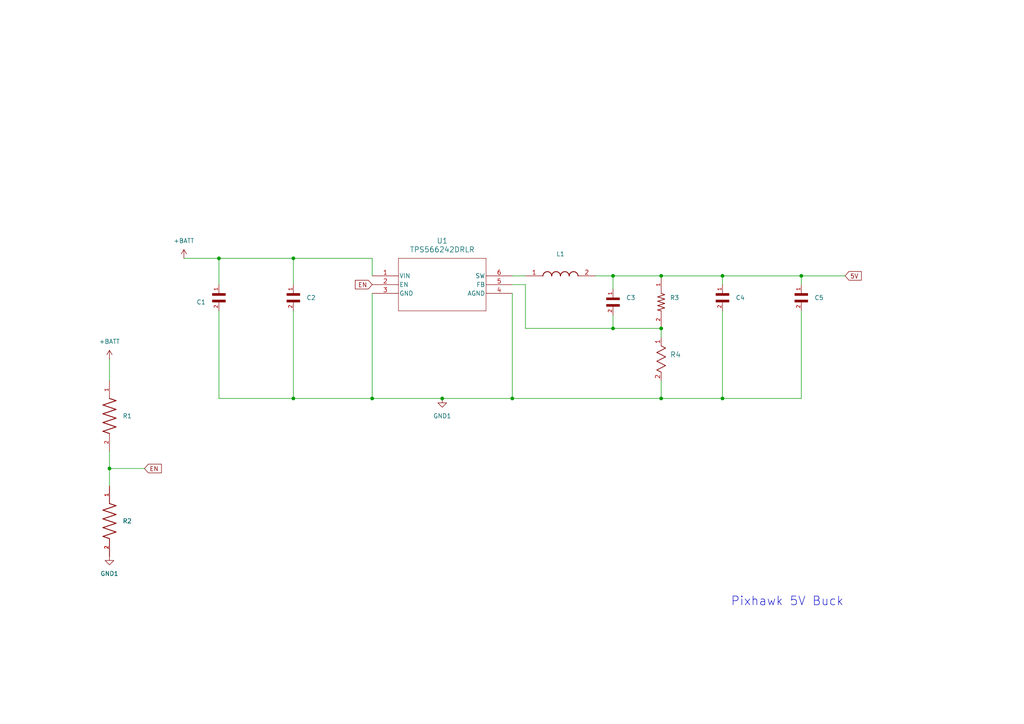
<source format=kicad_sch>
(kicad_sch
	(version 20231120)
	(generator "eeschema")
	(generator_version "8.0")
	(uuid "a276415a-8222-48f4-b1dd-3224b45d0bc4")
	(paper "A4")
	(lib_symbols
		(symbol "Cff:GRM1555C1E330JA01D"
			(pin_names
				(offset 1.016)
			)
			(exclude_from_sim no)
			(in_bom yes)
			(on_board yes)
			(property "Reference" "C"
				(at 0 3.8109 0)
				(effects
					(font
						(size 1.27 1.27)
					)
					(justify left bottom)
				)
			)
			(property "Value" "GRM1555C1E330JA01D"
				(at 0 -5.0885 0)
				(effects
					(font
						(size 1.27 1.27)
					)
					(justify left bottom)
				)
			)
			(property "Footprint" "GRM1555C1E330JA01D:CAPC1005X55N"
				(at 0 0 0)
				(effects
					(font
						(size 1.27 1.27)
					)
					(justify bottom)
					(hide yes)
				)
			)
			(property "Datasheet" ""
				(at 0 0 0)
				(effects
					(font
						(size 1.27 1.27)
					)
					(hide yes)
				)
			)
			(property "Description" ""
				(at 0 0 0)
				(effects
					(font
						(size 1.27 1.27)
					)
					(hide yes)
				)
			)
			(property "MF" "Murata"
				(at 0 0 0)
				(effects
					(font
						(size 1.27 1.27)
					)
					(justify bottom)
					(hide yes)
				)
			)
			(property "Description_1" "\nSMD Capacitor C0G(EIA) with Capacitance: 33pF Tol. 5%. Rated Voltage: 25Vdc\n"
				(at 0 0 0)
				(effects
					(font
						(size 1.27 1.27)
					)
					(justify bottom)
					(hide yes)
				)
			)
			(property "Package" "1005 Taiyo Yuden"
				(at 0 0 0)
				(effects
					(font
						(size 1.27 1.27)
					)
					(justify bottom)
					(hide yes)
				)
			)
			(property "Price" "None"
				(at 0 0 0)
				(effects
					(font
						(size 1.27 1.27)
					)
					(justify bottom)
					(hide yes)
				)
			)
			(property "SnapEDA_Link" "https://www.snapeda.com/parts/GRM1555C1E330JA01D/Murata+Electronics+North+America/view-part/?ref=snap"
				(at 0 0 0)
				(effects
					(font
						(size 1.27 1.27)
					)
					(justify bottom)
					(hide yes)
				)
			)
			(property "MP" "GRM1555C1E330JA01D"
				(at 0 0 0)
				(effects
					(font
						(size 1.27 1.27)
					)
					(justify bottom)
					(hide yes)
				)
			)
			(property "Purchase-URL" "https://www.snapeda.com/api/url_track_click_mouser/?unipart_id=524136&manufacturer=Murata&part_name=GRM1555C1E330JA01D&search_term=grm1555c1e330ja01d"
				(at 0 0 0)
				(effects
					(font
						(size 1.27 1.27)
					)
					(justify bottom)
					(hide yes)
				)
			)
			(property "Availability" "In Stock"
				(at 0 0 0)
				(effects
					(font
						(size 1.27 1.27)
					)
					(justify bottom)
					(hide yes)
				)
			)
			(property "Check_prices" "https://www.snapeda.com/parts/GRM1555C1E330JA01D/Murata+Electronics+North+America/view-part/?ref=eda"
				(at 0 0 0)
				(effects
					(font
						(size 1.27 1.27)
					)
					(justify bottom)
					(hide yes)
				)
			)
			(symbol "GRM1555C1E330JA01D_0_0"
				(rectangle
					(start 0 -1.9069)
					(end 0.635 1.905)
					(stroke
						(width 0.1)
						(type default)
					)
					(fill
						(type outline)
					)
				)
				(rectangle
					(start 1.9069 -1.9069)
					(end 2.54 1.905)
					(stroke
						(width 0.1)
						(type default)
					)
					(fill
						(type outline)
					)
				)
				(pin passive line
					(at -2.54 0 0)
					(length 2.54)
					(name "~"
						(effects
							(font
								(size 1.016 1.016)
							)
						)
					)
					(number "1"
						(effects
							(font
								(size 1.016 1.016)
							)
						)
					)
				)
				(pin passive line
					(at 5.08 0 180)
					(length 2.54)
					(name "~"
						(effects
							(font
								(size 1.016 1.016)
							)
						)
					)
					(number "2"
						(effects
							(font
								(size 1.016 1.016)
							)
						)
					)
				)
			)
		)
		(symbol "Cin:GRM21BR61E106MA73L"
			(pin_names
				(offset 1.016)
			)
			(exclude_from_sim no)
			(in_bom yes)
			(on_board yes)
			(property "Reference" "C"
				(at 0 3.8109 0)
				(effects
					(font
						(size 1.27 1.27)
					)
					(justify left bottom)
				)
			)
			(property "Value" "GRM21BR61E106MA73L"
				(at 0 -5.0885 0)
				(effects
					(font
						(size 1.27 1.27)
					)
					(justify left bottom)
				)
			)
			(property "Footprint" "GRM21BR61E106MA73L:CAPC2012X140N"
				(at 0 0 0)
				(effects
					(font
						(size 1.27 1.27)
					)
					(justify bottom)
					(hide yes)
				)
			)
			(property "Datasheet" ""
				(at 0 0 0)
				(effects
					(font
						(size 1.27 1.27)
					)
					(hide yes)
				)
			)
			(property "Description" ""
				(at 0 0 0)
				(effects
					(font
						(size 1.27 1.27)
					)
					(hide yes)
				)
			)
			(property "MF" "Murata"
				(at 0 0 0)
				(effects
					(font
						(size 1.27 1.27)
					)
					(justify bottom)
					(hide yes)
				)
			)
			(property "Description_1" "\n10 µF ±20% 25V Ceramic Capacitor X5R 0805 (2012 Metric)\n"
				(at 0 0 0)
				(effects
					(font
						(size 1.27 1.27)
					)
					(justify bottom)
					(hide yes)
				)
			)
			(property "Package" "2012 Murata"
				(at 0 0 0)
				(effects
					(font
						(size 1.27 1.27)
					)
					(justify bottom)
					(hide yes)
				)
			)
			(property "Price" "None"
				(at 0 0 0)
				(effects
					(font
						(size 1.27 1.27)
					)
					(justify bottom)
					(hide yes)
				)
			)
			(property "SnapEDA_Link" "https://www.snapeda.com/parts/GRM21BR61E106MA73L/Murata+Electronics+North+America/view-part/?ref=snap"
				(at 0 0 0)
				(effects
					(font
						(size 1.27 1.27)
					)
					(justify bottom)
					(hide yes)
				)
			)
			(property "MP" "GRM21BR61E106MA73L"
				(at 0 0 0)
				(effects
					(font
						(size 1.27 1.27)
					)
					(justify bottom)
					(hide yes)
				)
			)
			(property "Purchase-URL" "https://www.snapeda.com/api/url_track_click_mouser/?unipart_id=1356584&manufacturer=Murata&part_name=GRM21BR61E106MA73L&search_term=grm21br61e106ma73l"
				(at 0 0 0)
				(effects
					(font
						(size 1.27 1.27)
					)
					(justify bottom)
					(hide yes)
				)
			)
			(property "Availability" "In Stock"
				(at 0 0 0)
				(effects
					(font
						(size 1.27 1.27)
					)
					(justify bottom)
					(hide yes)
				)
			)
			(property "Check_prices" "https://www.snapeda.com/parts/GRM21BR61E106MA73L/Murata+Electronics+North+America/view-part/?ref=eda"
				(at 0 0 0)
				(effects
					(font
						(size 1.27 1.27)
					)
					(justify bottom)
					(hide yes)
				)
			)
			(symbol "GRM21BR61E106MA73L_0_0"
				(rectangle
					(start 0 -1.9069)
					(end 0.635 1.905)
					(stroke
						(width 0.1)
						(type default)
					)
					(fill
						(type outline)
					)
				)
				(rectangle
					(start 1.9069 -1.9069)
					(end 2.54 1.905)
					(stroke
						(width 0.1)
						(type default)
					)
					(fill
						(type outline)
					)
				)
				(pin passive line
					(at -2.54 0 0)
					(length 2.54)
					(name "~"
						(effects
							(font
								(size 1.016 1.016)
							)
						)
					)
					(number "1"
						(effects
							(font
								(size 1.016 1.016)
							)
						)
					)
				)
				(pin passive line
					(at 5.08 0 180)
					(length 2.54)
					(name "~"
						(effects
							(font
								(size 1.016 1.016)
							)
						)
					)
					(number "2"
						(effects
							(font
								(size 1.016 1.016)
							)
						)
					)
				)
			)
		)
		(symbol "Cinx:GRM188R71H104KA93D"
			(pin_names
				(offset 1.016)
			)
			(exclude_from_sim no)
			(in_bom yes)
			(on_board yes)
			(property "Reference" "C"
				(at 0 3.8109 0)
				(effects
					(font
						(size 1.27 1.27)
					)
					(justify left bottom)
				)
			)
			(property "Value" "GRM188R71H104KA93D"
				(at 0 -5.0885 0)
				(effects
					(font
						(size 1.27 1.27)
					)
					(justify left bottom)
				)
			)
			(property "Footprint" "GRM188R71H104KA93D:CAPC1608X90N"
				(at 0 0 0)
				(effects
					(font
						(size 1.27 1.27)
					)
					(justify bottom)
					(hide yes)
				)
			)
			(property "Datasheet" ""
				(at 0 0 0)
				(effects
					(font
						(size 1.27 1.27)
					)
					(hide yes)
				)
			)
			(property "Description" ""
				(at 0 0 0)
				(effects
					(font
						(size 1.27 1.27)
					)
					(hide yes)
				)
			)
			(property "MF" "Murata"
				(at 0 0 0)
				(effects
					(font
						(size 1.27 1.27)
					)
					(justify bottom)
					(hide yes)
				)
			)
			(property "Description_1" "\nSMD Capacitor X7R(EIA) with Capacitance: 0.10uF Tol. 10%. Rated Voltage: 50Vdc\n"
				(at 0 0 0)
				(effects
					(font
						(size 1.27 1.27)
					)
					(justify bottom)
					(hide yes)
				)
			)
			(property "Package" "1608 Murata"
				(at 0 0 0)
				(effects
					(font
						(size 1.27 1.27)
					)
					(justify bottom)
					(hide yes)
				)
			)
			(property "Price" "None"
				(at 0 0 0)
				(effects
					(font
						(size 1.27 1.27)
					)
					(justify bottom)
					(hide yes)
				)
			)
			(property "SnapEDA_Link" "https://www.snapeda.com/parts/GRM188R71H104KA93D/Murata+Electronics+North+America/view-part/?ref=snap"
				(at 0 0 0)
				(effects
					(font
						(size 1.27 1.27)
					)
					(justify bottom)
					(hide yes)
				)
			)
			(property "MP" "GRM188R71H104KA93D"
				(at 0 0 0)
				(effects
					(font
						(size 1.27 1.27)
					)
					(justify bottom)
					(hide yes)
				)
			)
			(property "Availability" "In Stock"
				(at 0 0 0)
				(effects
					(font
						(size 1.27 1.27)
					)
					(justify bottom)
					(hide yes)
				)
			)
			(property "Check_prices" "https://www.snapeda.com/parts/GRM188R71H104KA93D/Murata+Electronics+North+America/view-part/?ref=eda"
				(at 0 0 0)
				(effects
					(font
						(size 1.27 1.27)
					)
					(justify bottom)
					(hide yes)
				)
			)
			(symbol "GRM188R71H104KA93D_0_0"
				(rectangle
					(start 0 -1.9069)
					(end 0.635 1.905)
					(stroke
						(width 0.1)
						(type default)
					)
					(fill
						(type outline)
					)
				)
				(rectangle
					(start 1.9069 -1.9069)
					(end 2.54 1.905)
					(stroke
						(width 0.1)
						(type default)
					)
					(fill
						(type outline)
					)
				)
				(pin passive line
					(at -2.54 0 0)
					(length 2.54)
					(name "~"
						(effects
							(font
								(size 1.016 1.016)
							)
						)
					)
					(number "1"
						(effects
							(font
								(size 1.016 1.016)
							)
						)
					)
				)
				(pin passive line
					(at 5.08 0 180)
					(length 2.54)
					(name "~"
						(effects
							(font
								(size 1.016 1.016)
							)
						)
					)
					(number "2"
						(effects
							(font
								(size 1.016 1.016)
							)
						)
					)
				)
			)
		)
		(symbol "Cout:LMK212BJ226MG-T"
			(pin_names
				(offset 1.016)
			)
			(exclude_from_sim no)
			(in_bom yes)
			(on_board yes)
			(property "Reference" "C"
				(at 0 3.8109 0)
				(effects
					(font
						(size 1.27 1.27)
					)
					(justify left bottom)
				)
			)
			(property "Value" "LMK212BJ226MG-T"
				(at 0 -5.0885 0)
				(effects
					(font
						(size 1.27 1.27)
					)
					(justify left bottom)
				)
			)
			(property "Footprint" "LMK212BJ226MG-T:CAPC2012X135N"
				(at 0 0 0)
				(effects
					(font
						(size 1.27 1.27)
					)
					(justify bottom)
					(hide yes)
				)
			)
			(property "Datasheet" ""
				(at 0 0 0)
				(effects
					(font
						(size 1.27 1.27)
					)
					(hide yes)
				)
			)
			(property "Description" ""
				(at 0 0 0)
				(effects
					(font
						(size 1.27 1.27)
					)
					(hide yes)
				)
			)
			(property "MF" "Taiyo Yuden"
				(at 0 0 0)
				(effects
					(font
						(size 1.27 1.27)
					)
					(justify bottom)
					(hide yes)
				)
			)
			(property "Description_1" "\n22 µF ±20% 10V Ceramic Capacitor X5R 0805 (2012 Metric)\n"
				(at 0 0 0)
				(effects
					(font
						(size 1.27 1.27)
					)
					(justify bottom)
					(hide yes)
				)
			)
			(property "Package" "2012 Taiyo Yuden"
				(at 0 0 0)
				(effects
					(font
						(size 1.27 1.27)
					)
					(justify bottom)
					(hide yes)
				)
			)
			(property "Price" "None"
				(at 0 0 0)
				(effects
					(font
						(size 1.27 1.27)
					)
					(justify bottom)
					(hide yes)
				)
			)
			(property "SnapEDA_Link" "https://www.snapeda.com/parts/LMK212BJ226MG-T/Taiyo+Yuden/view-part/?ref=snap"
				(at 0 0 0)
				(effects
					(font
						(size 1.27 1.27)
					)
					(justify bottom)
					(hide yes)
				)
			)
			(property "MP" "LMK212BJ226MG-T"
				(at 0 0 0)
				(effects
					(font
						(size 1.27 1.27)
					)
					(justify bottom)
					(hide yes)
				)
			)
			(property "Purchase-URL" "https://www.snapeda.com/api/url_track_click_mouser/?unipart_id=225286&manufacturer=Taiyo Yuden&part_name=LMK212BJ226MG-T&search_term=lmk212bj226mg-t"
				(at 0 0 0)
				(effects
					(font
						(size 1.27 1.27)
					)
					(justify bottom)
					(hide yes)
				)
			)
			(property "Availability" "In Stock"
				(at 0 0 0)
				(effects
					(font
						(size 1.27 1.27)
					)
					(justify bottom)
					(hide yes)
				)
			)
			(property "Check_prices" "https://www.snapeda.com/parts/LMK212BJ226MG-T/Taiyo+Yuden/view-part/?ref=eda"
				(at 0 0 0)
				(effects
					(font
						(size 1.27 1.27)
					)
					(justify bottom)
					(hide yes)
				)
			)
			(symbol "LMK212BJ226MG-T_0_0"
				(rectangle
					(start 0 -1.9069)
					(end 0.635 1.905)
					(stroke
						(width 0.1)
						(type default)
					)
					(fill
						(type outline)
					)
				)
				(rectangle
					(start 1.9069 -1.9069)
					(end 2.54 1.905)
					(stroke
						(width 0.1)
						(type default)
					)
					(fill
						(type outline)
					)
				)
				(pin passive line
					(at -2.54 0 0)
					(length 2.54)
					(name "~"
						(effects
							(font
								(size 1.016 1.016)
							)
						)
					)
					(number "1"
						(effects
							(font
								(size 1.016 1.016)
							)
						)
					)
				)
				(pin passive line
					(at 5.08 0 180)
					(length 2.54)
					(name "~"
						(effects
							(font
								(size 1.016 1.016)
							)
						)
					)
					(number "2"
						(effects
							(font
								(size 1.016 1.016)
							)
						)
					)
				)
			)
		)
		(symbol "Coutx:GRM188R71E104KA01D"
			(pin_names
				(offset 1.016)
			)
			(exclude_from_sim no)
			(in_bom yes)
			(on_board yes)
			(property "Reference" "C"
				(at 0 3.8109 0)
				(effects
					(font
						(size 1.27 1.27)
					)
					(justify left bottom)
				)
			)
			(property "Value" "GRM188R71E104KA01D"
				(at 0 -5.0885 0)
				(effects
					(font
						(size 1.27 1.27)
					)
					(justify left bottom)
				)
			)
			(property "Footprint" "GRM188R71E104KA01D:CAPC1608X90N"
				(at 0 0 0)
				(effects
					(font
						(size 1.27 1.27)
					)
					(justify bottom)
					(hide yes)
				)
			)
			(property "Datasheet" ""
				(at 0 0 0)
				(effects
					(font
						(size 1.27 1.27)
					)
					(hide yes)
				)
			)
			(property "Description" ""
				(at 0 0 0)
				(effects
					(font
						(size 1.27 1.27)
					)
					(hide yes)
				)
			)
			(property "MF" "Murata Electronics"
				(at 0 0 0)
				(effects
					(font
						(size 1.27 1.27)
					)
					(justify bottom)
					(hide yes)
				)
			)
			(property "Description_1" "\nSMD Capacitor X7R(EIA) with Capacitance: 0.10uF Tol. 10%. Rated Voltage: 25Vdc\n"
				(at 0 0 0)
				(effects
					(font
						(size 1.27 1.27)
					)
					(justify bottom)
					(hide yes)
				)
			)
			(property "Package" "1608 Murata"
				(at 0 0 0)
				(effects
					(font
						(size 1.27 1.27)
					)
					(justify bottom)
					(hide yes)
				)
			)
			(property "Price" "None"
				(at 0 0 0)
				(effects
					(font
						(size 1.27 1.27)
					)
					(justify bottom)
					(hide yes)
				)
			)
			(property "SnapEDA_Link" "https://www.snapeda.com/parts/GRM188R71E104KA01D/Murata+Electronics+North+America/view-part/?ref=snap"
				(at 0 0 0)
				(effects
					(font
						(size 1.27 1.27)
					)
					(justify bottom)
					(hide yes)
				)
			)
			(property "MP" "GRM188R71E104KA01D"
				(at 0 0 0)
				(effects
					(font
						(size 1.27 1.27)
					)
					(justify bottom)
					(hide yes)
				)
			)
			(property "Availability" "In Stock"
				(at 0 0 0)
				(effects
					(font
						(size 1.27 1.27)
					)
					(justify bottom)
					(hide yes)
				)
			)
			(property "Check_prices" "https://www.snapeda.com/parts/GRM188R71E104KA01D/Murata+Electronics+North+America/view-part/?ref=eda"
				(at 0 0 0)
				(effects
					(font
						(size 1.27 1.27)
					)
					(justify bottom)
					(hide yes)
				)
			)
			(symbol "GRM188R71E104KA01D_0_0"
				(rectangle
					(start 0 -1.9069)
					(end 0.635 1.905)
					(stroke
						(width 0.1)
						(type default)
					)
					(fill
						(type outline)
					)
				)
				(rectangle
					(start 1.9069 -1.9069)
					(end 2.54 1.905)
					(stroke
						(width 0.1)
						(type default)
					)
					(fill
						(type outline)
					)
				)
				(pin passive line
					(at -2.54 0 0)
					(length 2.54)
					(name "~"
						(effects
							(font
								(size 1.016 1.016)
							)
						)
					)
					(number "1"
						(effects
							(font
								(size 1.016 1.016)
							)
						)
					)
				)
				(pin passive line
					(at 5.08 0 180)
					(length 2.54)
					(name "~"
						(effects
							(font
								(size 1.016 1.016)
							)
						)
					)
					(number "2"
						(effects
							(font
								(size 1.016 1.016)
							)
						)
					)
				)
			)
		)
		(symbol "L1:XAL5030-222MEB"
			(pin_names hide)
			(exclude_from_sim no)
			(in_bom yes)
			(on_board yes)
			(property "Reference" "L"
				(at 16.51 6.35 0)
				(effects
					(font
						(size 1.27 1.27)
					)
					(justify left top)
				)
			)
			(property "Value" "XAL5030-222MEB"
				(at 16.51 3.81 0)
				(effects
					(font
						(size 1.27 1.27)
					)
					(justify left top)
				)
			)
			(property "Footprint" "XAL5030"
				(at 16.51 -96.19 0)
				(effects
					(font
						(size 1.27 1.27)
					)
					(justify left top)
					(hide yes)
				)
			)
			(property "Datasheet" "http://www.coilcraft.com/pdfs/xal50xx.pdf"
				(at 16.51 -196.19 0)
				(effects
					(font
						(size 1.27 1.27)
					)
					(justify left top)
					(hide yes)
				)
			)
			(property "Description" "Fixed Inductors 2.2uH 20% 9.7A 14.5mOhms AEC-Q200"
				(at 0 0 0)
				(effects
					(font
						(size 1.27 1.27)
					)
					(hide yes)
				)
			)
			(property "Height" ""
				(at 16.51 -396.19 0)
				(effects
					(font
						(size 1.27 1.27)
					)
					(justify left top)
					(hide yes)
				)
			)
			(property "Mouser Part Number" "994-XAL5030-222MEB"
				(at 16.51 -496.19 0)
				(effects
					(font
						(size 1.27 1.27)
					)
					(justify left top)
					(hide yes)
				)
			)
			(property "Mouser Price/Stock" "https://www.mouser.co.uk/ProductDetail/Coilcraft/XAL5030-222MEB?qs=VJjuEbE9QBMC5tG7aGluNw%3D%3D"
				(at 16.51 -596.19 0)
				(effects
					(font
						(size 1.27 1.27)
					)
					(justify left top)
					(hide yes)
				)
			)
			(property "Manufacturer_Name" "COILCRAFT"
				(at 16.51 -696.19 0)
				(effects
					(font
						(size 1.27 1.27)
					)
					(justify left top)
					(hide yes)
				)
			)
			(property "Manufacturer_Part_Number" "XAL5030-222MEB"
				(at 16.51 -796.19 0)
				(effects
					(font
						(size 1.27 1.27)
					)
					(justify left top)
					(hide yes)
				)
			)
			(symbol "XAL5030-222MEB_1_1"
				(arc
					(start 7.62 0)
					(mid 6.35 1.219)
					(end 5.08 0)
					(stroke
						(width 0.254)
						(type default)
					)
					(fill
						(type none)
					)
				)
				(arc
					(start 10.16 0)
					(mid 8.89 1.219)
					(end 7.62 0)
					(stroke
						(width 0.254)
						(type default)
					)
					(fill
						(type none)
					)
				)
				(arc
					(start 12.7 0)
					(mid 11.43 1.219)
					(end 10.16 0)
					(stroke
						(width 0.254)
						(type default)
					)
					(fill
						(type none)
					)
				)
				(arc
					(start 15.24 0)
					(mid 13.97 1.219)
					(end 12.7 0)
					(stroke
						(width 0.254)
						(type default)
					)
					(fill
						(type none)
					)
				)
				(pin passive line
					(at 0 0 0)
					(length 5.08)
					(name "1"
						(effects
							(font
								(size 1.27 1.27)
							)
						)
					)
					(number "1"
						(effects
							(font
								(size 1.27 1.27)
							)
						)
					)
				)
				(pin passive line
					(at 20.32 0 180)
					(length 5.08)
					(name "2"
						(effects
							(font
								(size 1.27 1.27)
							)
						)
					)
					(number "2"
						(effects
							(font
								(size 1.27 1.27)
							)
						)
					)
				)
			)
		)
		(symbol "R1:CRCW040214K3FKED"
			(pin_names
				(offset 1.016)
			)
			(exclude_from_sim no)
			(in_bom yes)
			(on_board yes)
			(property "Reference" "R"
				(at -7.6244 2.5415 0)
				(effects
					(font
						(size 1.27 1.27)
					)
					(justify left bottom)
				)
			)
			(property "Value" "CRCW040214K3FKED"
				(at -7.63 -5.0866 0)
				(effects
					(font
						(size 1.27 1.27)
					)
					(justify left bottom)
				)
			)
			(property "Footprint" "CRCW040214K3FKED:RESC1005X40N"
				(at 0 0 0)
				(effects
					(font
						(size 1.27 1.27)
					)
					(justify bottom)
					(hide yes)
				)
			)
			(property "Datasheet" ""
				(at 0 0 0)
				(effects
					(font
						(size 1.27 1.27)
					)
					(hide yes)
				)
			)
			(property "Description" ""
				(at 0 0 0)
				(effects
					(font
						(size 1.27 1.27)
					)
					(hide yes)
				)
			)
			(property "MF" "Vishay Dale"
				(at 0 0 0)
				(effects
					(font
						(size 1.27 1.27)
					)
					(justify bottom)
					(hide yes)
				)
			)
			(property "Description_1" "\nResistor;Thick Film;14.3 Kilohms;0.063 W;1%;SMT;0402;TCR 37 ppm/DegC;TR | Vishay Dale CRCW040214K3FKED\n"
				(at 0 0 0)
				(effects
					(font
						(size 1.27 1.27)
					)
					(justify bottom)
					(hide yes)
				)
			)
			(property "Package" "1005 Panasonic Electronic Components"
				(at 0 0 0)
				(effects
					(font
						(size 1.27 1.27)
					)
					(justify bottom)
					(hide yes)
				)
			)
			(property "Price" "None"
				(at 0 0 0)
				(effects
					(font
						(size 1.27 1.27)
					)
					(justify bottom)
					(hide yes)
				)
			)
			(property "SnapEDA_Link" "https://www.snapeda.com/parts/CRCW040214K3FKED/Vishay+Dale/view-part/?ref=snap"
				(at 0 0 0)
				(effects
					(font
						(size 1.27 1.27)
					)
					(justify bottom)
					(hide yes)
				)
			)
			(property "MP" "CRCW040214K3FKED"
				(at 0 0 0)
				(effects
					(font
						(size 1.27 1.27)
					)
					(justify bottom)
					(hide yes)
				)
			)
			(property "Availability" "In Stock"
				(at 0 0 0)
				(effects
					(font
						(size 1.27 1.27)
					)
					(justify bottom)
					(hide yes)
				)
			)
			(property "Check_prices" "https://www.snapeda.com/parts/CRCW040214K3FKED/Vishay+Dale/view-part/?ref=eda"
				(at 0 0 0)
				(effects
					(font
						(size 1.27 1.27)
					)
					(justify bottom)
					(hide yes)
				)
			)
			(symbol "CRCW040214K3FKED_0_0"
				(polyline
					(pts
						(xy -5.08 0) (xy -4.445 1.905)
					)
					(stroke
						(width 0.254)
						(type default)
					)
					(fill
						(type none)
					)
				)
				(polyline
					(pts
						(xy -4.445 1.905) (xy -3.175 -1.905)
					)
					(stroke
						(width 0.254)
						(type default)
					)
					(fill
						(type none)
					)
				)
				(polyline
					(pts
						(xy -3.175 -1.905) (xy -1.905 1.905)
					)
					(stroke
						(width 0.254)
						(type default)
					)
					(fill
						(type none)
					)
				)
				(polyline
					(pts
						(xy -1.905 1.905) (xy -0.635 -1.905)
					)
					(stroke
						(width 0.254)
						(type default)
					)
					(fill
						(type none)
					)
				)
				(polyline
					(pts
						(xy -0.635 -1.905) (xy 0.635 1.905)
					)
					(stroke
						(width 0.254)
						(type default)
					)
					(fill
						(type none)
					)
				)
				(polyline
					(pts
						(xy 0.635 1.905) (xy 1.905 -1.905)
					)
					(stroke
						(width 0.254)
						(type default)
					)
					(fill
						(type none)
					)
				)
				(polyline
					(pts
						(xy 1.905 -1.905) (xy 3.175 1.905)
					)
					(stroke
						(width 0.254)
						(type default)
					)
					(fill
						(type none)
					)
				)
				(polyline
					(pts
						(xy 3.175 1.905) (xy 4.445 -1.905)
					)
					(stroke
						(width 0.254)
						(type default)
					)
					(fill
						(type none)
					)
				)
				(polyline
					(pts
						(xy 4.445 -1.905) (xy 5.08 0)
					)
					(stroke
						(width 0.254)
						(type default)
					)
					(fill
						(type none)
					)
				)
				(pin passive line
					(at -10.16 0 0)
					(length 5.08)
					(name "~"
						(effects
							(font
								(size 1.016 1.016)
							)
						)
					)
					(number "1"
						(effects
							(font
								(size 1.016 1.016)
							)
						)
					)
				)
				(pin passive line
					(at 10.16 0 180)
					(length 5.08)
					(name "~"
						(effects
							(font
								(size 1.016 1.016)
							)
						)
					)
					(number "2"
						(effects
							(font
								(size 1.016 1.016)
							)
						)
					)
				)
			)
		)
		(symbol "R2:CRCW0402100KFKED"
			(pin_names
				(offset 1.016)
			)
			(exclude_from_sim no)
			(in_bom yes)
			(on_board yes)
			(property "Reference" "R"
				(at -7.6244 2.5415 0)
				(effects
					(font
						(size 1.27 1.27)
					)
					(justify left bottom)
				)
			)
			(property "Value" "CRCW0402100KFKED"
				(at -7.63 -5.0866 0)
				(effects
					(font
						(size 1.27 1.27)
					)
					(justify left bottom)
				)
			)
			(property "Footprint" "CRCW0402100KFKED:RESC1005X40N"
				(at 0 0 0)
				(effects
					(font
						(size 1.27 1.27)
					)
					(justify bottom)
					(hide yes)
				)
			)
			(property "Datasheet" ""
				(at 0 0 0)
				(effects
					(font
						(size 1.27 1.27)
					)
					(hide yes)
				)
			)
			(property "Description" ""
				(at 0 0 0)
				(effects
					(font
						(size 1.27 1.27)
					)
					(hide yes)
				)
			)
			(property "DigiKey_Part_Number" "541-100KLTR-ND"
				(at 0 0 0)
				(effects
					(font
						(size 1.27 1.27)
					)
					(justify bottom)
					(hide yes)
				)
			)
			(property "MF" "Vishay"
				(at 0 0 0)
				(effects
					(font
						(size 1.27 1.27)
					)
					(justify bottom)
					(hide yes)
				)
			)
			(property "Purchase-URL" "https://www.snapeda.com/api/url_track_click_mouser/?unipart_id=12597&manufacturer=Vishay&part_name=CRCW0402100KFKED&search_term=crcw0402100kfked"
				(at 0 0 0)
				(effects
					(font
						(size 1.27 1.27)
					)
					(justify bottom)
					(hide yes)
				)
			)
			(property "Package" "1005 Panasonic Electronic Components"
				(at 0 0 0)
				(effects
					(font
						(size 1.27 1.27)
					)
					(justify bottom)
					(hide yes)
				)
			)
			(property "SnapEDA_Link" "https://www.snapeda.com/parts/CRCW0402100KFKED/Vishay+Dale/view-part/?ref=snap"
				(at 0 0 0)
				(effects
					(font
						(size 1.27 1.27)
					)
					(justify bottom)
					(hide yes)
				)
			)
			(property "MP" "CRCW0402100KFKED"
				(at 0 0 0)
				(effects
					(font
						(size 1.27 1.27)
					)
					(justify bottom)
					(hide yes)
				)
			)
			(property "Description_1" "\nResistor, Thick Film, 100 Kilohms, 0.063 W, 1%, SMT, 0402, TCR 37 ppm/DegC, TR | Vishay Dale CRCW0402100KFKED\n"
				(at 0 0 0)
				(effects
					(font
						(size 1.27 1.27)
					)
					(justify bottom)
					(hide yes)
				)
			)
			(property "Check_prices" "https://www.snapeda.com/parts/CRCW0402100KFKED/Vishay+Dale/view-part/?ref=eda"
				(at 0 0 0)
				(effects
					(font
						(size 1.27 1.27)
					)
					(justify bottom)
					(hide yes)
				)
			)
			(symbol "CRCW0402100KFKED_0_0"
				(polyline
					(pts
						(xy -5.08 0) (xy -4.445 1.905)
					)
					(stroke
						(width 0.254)
						(type default)
					)
					(fill
						(type none)
					)
				)
				(polyline
					(pts
						(xy -4.445 1.905) (xy -3.175 -1.905)
					)
					(stroke
						(width 0.254)
						(type default)
					)
					(fill
						(type none)
					)
				)
				(polyline
					(pts
						(xy -3.175 -1.905) (xy -1.905 1.905)
					)
					(stroke
						(width 0.254)
						(type default)
					)
					(fill
						(type none)
					)
				)
				(polyline
					(pts
						(xy -1.905 1.905) (xy -0.635 -1.905)
					)
					(stroke
						(width 0.254)
						(type default)
					)
					(fill
						(type none)
					)
				)
				(polyline
					(pts
						(xy -0.635 -1.905) (xy 0.635 1.905)
					)
					(stroke
						(width 0.254)
						(type default)
					)
					(fill
						(type none)
					)
				)
				(polyline
					(pts
						(xy 0.635 1.905) (xy 1.905 -1.905)
					)
					(stroke
						(width 0.254)
						(type default)
					)
					(fill
						(type none)
					)
				)
				(polyline
					(pts
						(xy 1.905 -1.905) (xy 3.175 1.905)
					)
					(stroke
						(width 0.254)
						(type default)
					)
					(fill
						(type none)
					)
				)
				(polyline
					(pts
						(xy 3.175 1.905) (xy 4.445 -1.905)
					)
					(stroke
						(width 0.254)
						(type default)
					)
					(fill
						(type none)
					)
				)
				(polyline
					(pts
						(xy 4.445 -1.905) (xy 5.08 0)
					)
					(stroke
						(width 0.254)
						(type default)
					)
					(fill
						(type none)
					)
				)
				(pin passive line
					(at -10.16 0 0)
					(length 5.08)
					(name "~"
						(effects
							(font
								(size 1.016 1.016)
							)
						)
					)
					(number "1"
						(effects
							(font
								(size 1.016 1.016)
							)
						)
					)
				)
				(pin passive line
					(at 10.16 0 180)
					(length 5.08)
					(name "~"
						(effects
							(font
								(size 1.016 1.016)
							)
						)
					)
					(number "2"
						(effects
							(font
								(size 1.016 1.016)
							)
						)
					)
				)
			)
		)
		(symbol "Rfb1:RC0603FR-07220KL"
			(pin_names
				(offset 1.016)
			)
			(exclude_from_sim no)
			(in_bom yes)
			(on_board yes)
			(property "Reference" "R"
				(at -3.81 1.4986 0)
				(effects
					(font
						(size 1.27 1.27)
					)
					(justify left bottom)
				)
			)
			(property "Value" "RC0603FR-07220KL"
				(at -3.81 -3.302 0)
				(effects
					(font
						(size 1.27 1.27)
					)
					(justify left bottom)
				)
			)
			(property "Footprint" "RC0603FR-07220KL:RESC1607X60N"
				(at 0 0 0)
				(effects
					(font
						(size 1.27 1.27)
					)
					(justify bottom)
					(hide yes)
				)
			)
			(property "Datasheet" ""
				(at 0 0 0)
				(effects
					(font
						(size 1.27 1.27)
					)
					(hide yes)
				)
			)
			(property "Description" ""
				(at 0 0 0)
				(effects
					(font
						(size 1.27 1.27)
					)
					(hide yes)
				)
			)
			(property "MF" "Yageo"
				(at 0 0 0)
				(effects
					(font
						(size 1.27 1.27)
					)
					(justify bottom)
					(hide yes)
				)
			)
			(property "Description_1" "\n220 kOhms ±1% 0.1W, 1/10W Chip Resistor 0603 (1608 Metric) Moisture Resistant Thick Film\n"
				(at 0 0 0)
				(effects
					(font
						(size 1.27 1.27)
					)
					(justify bottom)
					(hide yes)
				)
			)
			(property "Package" "0603 Yageo"
				(at 0 0 0)
				(effects
					(font
						(size 1.27 1.27)
					)
					(justify bottom)
					(hide yes)
				)
			)
			(property "Price" "None"
				(at 0 0 0)
				(effects
					(font
						(size 1.27 1.27)
					)
					(justify bottom)
					(hide yes)
				)
			)
			(property "SnapEDA_Link" "https://www.snapeda.com/parts/RC0603FR-07220KL/Yageo/view-part/?ref=snap"
				(at 0 0 0)
				(effects
					(font
						(size 1.27 1.27)
					)
					(justify bottom)
					(hide yes)
				)
			)
			(property "MP" "RC0603FR-07220KL"
				(at 0 0 0)
				(effects
					(font
						(size 1.27 1.27)
					)
					(justify bottom)
					(hide yes)
				)
			)
			(property "Purchase-URL" "https://www.snapeda.com/api/url_track_click_mouser/?unipart_id=53553&manufacturer=Yageo&part_name=RC0603FR-07220KL&search_term=rc0603fr-07220kl"
				(at 0 0 0)
				(effects
					(font
						(size 1.27 1.27)
					)
					(justify bottom)
					(hide yes)
				)
			)
			(property "Availability" "In Stock"
				(at 0 0 0)
				(effects
					(font
						(size 1.27 1.27)
					)
					(justify bottom)
					(hide yes)
				)
			)
			(property "Check_prices" "https://www.snapeda.com/parts/RC0603FR-07220KL/Yageo/view-part/?ref=eda"
				(at 0 0 0)
				(effects
					(font
						(size 1.27 1.27)
					)
					(justify bottom)
					(hide yes)
				)
			)
			(symbol "RC0603FR-07220KL_0_0"
				(polyline
					(pts
						(xy -2.54 0) (xy -2.159 1.016)
					)
					(stroke
						(width 0.2032)
						(type default)
					)
					(fill
						(type none)
					)
				)
				(polyline
					(pts
						(xy -2.159 1.016) (xy -1.524 -1.016)
					)
					(stroke
						(width 0.2032)
						(type default)
					)
					(fill
						(type none)
					)
				)
				(polyline
					(pts
						(xy -1.524 -1.016) (xy -0.889 1.016)
					)
					(stroke
						(width 0.2032)
						(type default)
					)
					(fill
						(type none)
					)
				)
				(polyline
					(pts
						(xy -0.889 1.016) (xy -0.254 -1.016)
					)
					(stroke
						(width 0.2032)
						(type default)
					)
					(fill
						(type none)
					)
				)
				(polyline
					(pts
						(xy -0.254 -1.016) (xy 0.381 1.016)
					)
					(stroke
						(width 0.2032)
						(type default)
					)
					(fill
						(type none)
					)
				)
				(polyline
					(pts
						(xy 0.381 1.016) (xy 1.016 -1.016)
					)
					(stroke
						(width 0.2032)
						(type default)
					)
					(fill
						(type none)
					)
				)
				(polyline
					(pts
						(xy 1.016 -1.016) (xy 1.651 1.016)
					)
					(stroke
						(width 0.2032)
						(type default)
					)
					(fill
						(type none)
					)
				)
				(polyline
					(pts
						(xy 1.651 1.016) (xy 2.286 -1.016)
					)
					(stroke
						(width 0.2032)
						(type default)
					)
					(fill
						(type none)
					)
				)
				(polyline
					(pts
						(xy 2.286 -1.016) (xy 2.54 0)
					)
					(stroke
						(width 0.2032)
						(type default)
					)
					(fill
						(type none)
					)
				)
				(pin passive line
					(at -7.62 0 0)
					(length 5.08)
					(name "~"
						(effects
							(font
								(size 1.016 1.016)
							)
						)
					)
					(number "1"
						(effects
							(font
								(size 1.016 1.016)
							)
						)
					)
				)
				(pin passive line
					(at 7.62 0 180)
					(length 5.08)
					(name "~"
						(effects
							(font
								(size 1.016 1.016)
							)
						)
					)
					(number "2"
						(effects
							(font
								(size 1.016 1.016)
							)
						)
					)
				)
			)
		)
		(symbol "Rfb2:RC0603FR-0730KL"
			(pin_names
				(offset 0.254)
			)
			(exclude_from_sim no)
			(in_bom yes)
			(on_board yes)
			(property "Reference" "R"
				(at 5.715 3.81 0)
				(effects
					(font
						(size 1.524 1.524)
					)
				)
			)
			(property "Value" "RC0603FR-0730KL"
				(at 6.35 -3.81 0)
				(effects
					(font
						(size 1.524 1.524)
					)
				)
			)
			(property "Footprint" "RES_RC0603_YAG"
				(at 0 0 0)
				(effects
					(font
						(size 1.27 1.27)
						(italic yes)
					)
					(hide yes)
				)
			)
			(property "Datasheet" "RC0603FR-0730KL"
				(at 0 0 0)
				(effects
					(font
						(size 1.27 1.27)
						(italic yes)
					)
					(hide yes)
				)
			)
			(property "Description" ""
				(at 0 0 0)
				(effects
					(font
						(size 1.27 1.27)
					)
					(hide yes)
				)
			)
			(property "ki_locked" ""
				(at 0 0 0)
				(effects
					(font
						(size 1.27 1.27)
					)
				)
			)
			(property "ki_keywords" "RC0603FR-0730KL"
				(at 0 0 0)
				(effects
					(font
						(size 1.27 1.27)
					)
					(hide yes)
				)
			)
			(property "ki_fp_filters" "RES_RC0603_YAG RES_RC0603_YAG-M RES_RC0603_YAG-L"
				(at 0 0 0)
				(effects
					(font
						(size 1.27 1.27)
					)
					(hide yes)
				)
			)
			(symbol "RC0603FR-0730KL_1_1"
				(polyline
					(pts
						(xy 2.54 0) (xy 3.175 1.27)
					)
					(stroke
						(width 0.2032)
						(type default)
					)
					(fill
						(type none)
					)
				)
				(polyline
					(pts
						(xy 3.175 1.27) (xy 4.445 -1.27)
					)
					(stroke
						(width 0.2032)
						(type default)
					)
					(fill
						(type none)
					)
				)
				(polyline
					(pts
						(xy 4.445 -1.27) (xy 5.715 1.27)
					)
					(stroke
						(width 0.2032)
						(type default)
					)
					(fill
						(type none)
					)
				)
				(polyline
					(pts
						(xy 5.715 1.27) (xy 6.985 -1.27)
					)
					(stroke
						(width 0.2032)
						(type default)
					)
					(fill
						(type none)
					)
				)
				(polyline
					(pts
						(xy 6.985 -1.27) (xy 8.255 1.27)
					)
					(stroke
						(width 0.2032)
						(type default)
					)
					(fill
						(type none)
					)
				)
				(polyline
					(pts
						(xy 8.255 1.27) (xy 9.525 -1.27)
					)
					(stroke
						(width 0.2032)
						(type default)
					)
					(fill
						(type none)
					)
				)
				(polyline
					(pts
						(xy 9.525 -1.27) (xy 10.16 0)
					)
					(stroke
						(width 0.2032)
						(type default)
					)
					(fill
						(type none)
					)
				)
				(pin unspecified line
					(at 0 0 0)
					(length 2.54)
					(name ""
						(effects
							(font
								(size 1.27 1.27)
							)
						)
					)
					(number "1"
						(effects
							(font
								(size 1.27 1.27)
							)
						)
					)
				)
				(pin unspecified line
					(at 12.7 0 180)
					(length 2.54)
					(name ""
						(effects
							(font
								(size 1.27 1.27)
							)
						)
					)
					(number "2"
						(effects
							(font
								(size 1.27 1.27)
							)
						)
					)
				)
			)
			(symbol "RC0603FR-0730KL_1_2"
				(polyline
					(pts
						(xy -1.27 3.175) (xy 1.27 4.445)
					)
					(stroke
						(width 0.2032)
						(type default)
					)
					(fill
						(type none)
					)
				)
				(polyline
					(pts
						(xy -1.27 5.715) (xy 1.27 6.985)
					)
					(stroke
						(width 0.2032)
						(type default)
					)
					(fill
						(type none)
					)
				)
				(polyline
					(pts
						(xy -1.27 8.255) (xy 1.27 9.525)
					)
					(stroke
						(width 0.2032)
						(type default)
					)
					(fill
						(type none)
					)
				)
				(polyline
					(pts
						(xy 0 2.54) (xy -1.27 3.175)
					)
					(stroke
						(width 0.2032)
						(type default)
					)
					(fill
						(type none)
					)
				)
				(polyline
					(pts
						(xy 1.27 4.445) (xy -1.27 5.715)
					)
					(stroke
						(width 0.2032)
						(type default)
					)
					(fill
						(type none)
					)
				)
				(polyline
					(pts
						(xy 1.27 6.985) (xy -1.27 8.255)
					)
					(stroke
						(width 0.2032)
						(type default)
					)
					(fill
						(type none)
					)
				)
				(polyline
					(pts
						(xy 1.27 9.525) (xy 0 10.16)
					)
					(stroke
						(width 0.2032)
						(type default)
					)
					(fill
						(type none)
					)
				)
				(pin unspecified line
					(at 0 12.7 270)
					(length 2.54)
					(name ""
						(effects
							(font
								(size 1.27 1.27)
							)
						)
					)
					(number "1"
						(effects
							(font
								(size 1.27 1.27)
							)
						)
					)
				)
				(pin unspecified line
					(at 0 0 90)
					(length 2.54)
					(name ""
						(effects
							(font
								(size 1.27 1.27)
							)
						)
					)
					(number "2"
						(effects
							(font
								(size 1.27 1.27)
							)
						)
					)
				)
			)
		)
		(symbol "U1:TPS566242DRLR"
			(pin_names
				(offset 0.254)
			)
			(exclude_from_sim no)
			(in_bom yes)
			(on_board yes)
			(property "Reference" "U"
				(at 67.31 -16.51 0)
				(effects
					(font
						(size 1.524 1.524)
					)
				)
			)
			(property "Value" "TPS566242DRLR"
				(at 67.31 -19.05 0)
				(effects
					(font
						(size 1.524 1.524)
					)
				)
			)
			(property "Footprint" "SOT5x3_DRL_TEX"
				(at 44.958 -18.034 0)
				(effects
					(font
						(size 1.27 1.27)
						(italic yes)
					)
					(hide yes)
				)
			)
			(property "Datasheet" "TPS566242DRLR"
				(at 44.704 -14.224 0)
				(effects
					(font
						(size 1.27 1.27)
						(italic yes)
					)
					(hide yes)
				)
			)
			(property "Description" ""
				(at 46.99 -26.67 0)
				(effects
					(font
						(size 1.27 1.27)
					)
					(hide yes)
				)
			)
			(property "ki_locked" ""
				(at 0 0 0)
				(effects
					(font
						(size 1.27 1.27)
					)
				)
			)
			(property "ki_keywords" "TPS566242DRLR"
				(at 0 0 0)
				(effects
					(font
						(size 1.27 1.27)
					)
					(hide yes)
				)
			)
			(property "ki_fp_filters" "SOT5x3_DRL_TEX SOT5x3_DRL_TEX-M SOT5x3_DRL_TEX-L"
				(at 0 0 0)
				(effects
					(font
						(size 1.27 1.27)
					)
					(hide yes)
				)
			)
			(symbol "TPS566242DRLR_0_1"
				(polyline
					(pts
						(xy 54.61 -36.83) (xy 80.01 -36.83)
					)
					(stroke
						(width 0.127)
						(type default)
					)
					(fill
						(type none)
					)
				)
				(polyline
					(pts
						(xy 54.61 -21.59) (xy 54.61 -36.83)
					)
					(stroke
						(width 0.127)
						(type default)
					)
					(fill
						(type none)
					)
				)
				(polyline
					(pts
						(xy 80.01 -36.83) (xy 80.01 -21.59)
					)
					(stroke
						(width 0.127)
						(type default)
					)
					(fill
						(type none)
					)
				)
				(polyline
					(pts
						(xy 80.01 -21.59) (xy 54.61 -21.59)
					)
					(stroke
						(width 0.127)
						(type default)
					)
					(fill
						(type none)
					)
				)
				(pin input line
					(at 46.99 -26.67 0)
					(length 7.62)
					(name "VIN"
						(effects
							(font
								(size 1.27 1.27)
							)
						)
					)
					(number "1"
						(effects
							(font
								(size 1.27 1.27)
							)
						)
					)
				)
				(pin power_out line
					(at 46.99 -31.75 0)
					(length 7.62)
					(name "GND"
						(effects
							(font
								(size 1.27 1.27)
							)
						)
					)
					(number "3"
						(effects
							(font
								(size 1.27 1.27)
							)
						)
					)
				)
				(pin power_out line
					(at 87.63 -31.75 180)
					(length 7.62)
					(name "AGND"
						(effects
							(font
								(size 1.27 1.27)
							)
						)
					)
					(number "4"
						(effects
							(font
								(size 1.27 1.27)
							)
						)
					)
				)
			)
			(symbol "TPS566242DRLR_1_1"
				(pin input line
					(at 46.99 -29.21 0)
					(length 7.62)
					(name "EN"
						(effects
							(font
								(size 1.27 1.27)
							)
						)
					)
					(number "2"
						(effects
							(font
								(size 1.27 1.27)
							)
						)
					)
				)
				(pin input line
					(at 87.63 -29.21 180)
					(length 7.62)
					(name "FB"
						(effects
							(font
								(size 1.27 1.27)
							)
						)
					)
					(number "5"
						(effects
							(font
								(size 1.27 1.27)
							)
						)
					)
				)
				(pin output line
					(at 87.63 -26.67 180)
					(length 7.62)
					(name "SW"
						(effects
							(font
								(size 1.27 1.27)
							)
						)
					)
					(number "6"
						(effects
							(font
								(size 1.27 1.27)
							)
						)
					)
				)
			)
		)
		(symbol "power:+BATT"
			(power)
			(pin_numbers hide)
			(pin_names
				(offset 0) hide)
			(exclude_from_sim no)
			(in_bom yes)
			(on_board yes)
			(property "Reference" "#PWR"
				(at 0 -3.81 0)
				(effects
					(font
						(size 1.27 1.27)
					)
					(hide yes)
				)
			)
			(property "Value" "+BATT"
				(at 0 3.556 0)
				(effects
					(font
						(size 1.27 1.27)
					)
				)
			)
			(property "Footprint" ""
				(at 0 0 0)
				(effects
					(font
						(size 1.27 1.27)
					)
					(hide yes)
				)
			)
			(property "Datasheet" ""
				(at 0 0 0)
				(effects
					(font
						(size 1.27 1.27)
					)
					(hide yes)
				)
			)
			(property "Description" "Power symbol creates a global label with name \"+BATT\""
				(at 0 0 0)
				(effects
					(font
						(size 1.27 1.27)
					)
					(hide yes)
				)
			)
			(property "ki_keywords" "global power battery"
				(at 0 0 0)
				(effects
					(font
						(size 1.27 1.27)
					)
					(hide yes)
				)
			)
			(symbol "+BATT_0_1"
				(polyline
					(pts
						(xy -0.762 1.27) (xy 0 2.54)
					)
					(stroke
						(width 0)
						(type default)
					)
					(fill
						(type none)
					)
				)
				(polyline
					(pts
						(xy 0 0) (xy 0 2.54)
					)
					(stroke
						(width 0)
						(type default)
					)
					(fill
						(type none)
					)
				)
				(polyline
					(pts
						(xy 0 2.54) (xy 0.762 1.27)
					)
					(stroke
						(width 0)
						(type default)
					)
					(fill
						(type none)
					)
				)
			)
			(symbol "+BATT_1_1"
				(pin power_in line
					(at 0 0 90)
					(length 0)
					(name "~"
						(effects
							(font
								(size 1.27 1.27)
							)
						)
					)
					(number "1"
						(effects
							(font
								(size 1.27 1.27)
							)
						)
					)
				)
			)
		)
		(symbol "power:GND1"
			(power)
			(pin_numbers hide)
			(pin_names
				(offset 0) hide)
			(exclude_from_sim no)
			(in_bom yes)
			(on_board yes)
			(property "Reference" "#PWR"
				(at 0 -6.35 0)
				(effects
					(font
						(size 1.27 1.27)
					)
					(hide yes)
				)
			)
			(property "Value" "GND1"
				(at 0 -3.81 0)
				(effects
					(font
						(size 1.27 1.27)
					)
				)
			)
			(property "Footprint" ""
				(at 0 0 0)
				(effects
					(font
						(size 1.27 1.27)
					)
					(hide yes)
				)
			)
			(property "Datasheet" ""
				(at 0 0 0)
				(effects
					(font
						(size 1.27 1.27)
					)
					(hide yes)
				)
			)
			(property "Description" "Power symbol creates a global label with name \"GND1\" , ground"
				(at 0 0 0)
				(effects
					(font
						(size 1.27 1.27)
					)
					(hide yes)
				)
			)
			(property "ki_keywords" "global power"
				(at 0 0 0)
				(effects
					(font
						(size 1.27 1.27)
					)
					(hide yes)
				)
			)
			(symbol "GND1_0_1"
				(polyline
					(pts
						(xy 0 0) (xy 0 -1.27) (xy 1.27 -1.27) (xy 0 -2.54) (xy -1.27 -1.27) (xy 0 -1.27)
					)
					(stroke
						(width 0)
						(type default)
					)
					(fill
						(type none)
					)
				)
			)
			(symbol "GND1_1_1"
				(pin power_in line
					(at 0 0 270)
					(length 0)
					(name "~"
						(effects
							(font
								(size 1.27 1.27)
							)
						)
					)
					(number "1"
						(effects
							(font
								(size 1.27 1.27)
							)
						)
					)
				)
			)
		)
	)
	(junction
		(at 191.77 115.57)
		(diameter 0)
		(color 0 0 0 0)
		(uuid "0049ed51-d696-43b5-8401-e0938ba6bd84")
	)
	(junction
		(at 191.77 95.25)
		(diameter 0)
		(color 0 0 0 0)
		(uuid "00e0c977-db00-4a4e-aca6-99932b25d608")
	)
	(junction
		(at 148.59 115.57)
		(diameter 0)
		(color 0 0 0 0)
		(uuid "1d98bac9-0bb1-4858-aa39-3a102ba25b54")
	)
	(junction
		(at 107.95 115.57)
		(diameter 0)
		(color 0 0 0 0)
		(uuid "3f6e709d-57cf-4ead-b778-57982fe0b297")
	)
	(junction
		(at 232.41 80.01)
		(diameter 0)
		(color 0 0 0 0)
		(uuid "6b6d50f8-e6b1-43c8-887e-8bc511099bba")
	)
	(junction
		(at 209.55 80.01)
		(diameter 0)
		(color 0 0 0 0)
		(uuid "75b748d7-8b9c-46d6-b217-b91fdd282cdc")
	)
	(junction
		(at 209.55 115.57)
		(diameter 0)
		(color 0 0 0 0)
		(uuid "7e6efb1c-903f-48da-9408-412186feffd4")
	)
	(junction
		(at 85.09 115.57)
		(diameter 0)
		(color 0 0 0 0)
		(uuid "7f6a3e28-cee2-4470-8087-1fda3c72ede2")
	)
	(junction
		(at 63.5 74.93)
		(diameter 0)
		(color 0 0 0 0)
		(uuid "8682d225-3669-490d-a984-f1774ae9101a")
	)
	(junction
		(at 177.8 80.01)
		(diameter 0)
		(color 0 0 0 0)
		(uuid "93ce93a0-4543-4c85-adc7-7271c4f45f9c")
	)
	(junction
		(at 31.75 135.89)
		(diameter 0)
		(color 0 0 0 0)
		(uuid "985b94de-49b2-4e54-aa04-a0cf1196dc3b")
	)
	(junction
		(at 85.09 74.93)
		(diameter 0)
		(color 0 0 0 0)
		(uuid "a252d40a-bd19-405e-b8a2-5445eba13928")
	)
	(junction
		(at 128.27 115.57)
		(diameter 0)
		(color 0 0 0 0)
		(uuid "b6792780-9273-46b1-bf9a-51e7bc97944b")
	)
	(junction
		(at 177.8 95.25)
		(diameter 0)
		(color 0 0 0 0)
		(uuid "c8bf934c-6b62-435b-84a5-9d29060d321a")
	)
	(junction
		(at 191.77 80.01)
		(diameter 0)
		(color 0 0 0 0)
		(uuid "caaac2d9-7e91-4a68-9f81-2a709a0d0349")
	)
	(wire
		(pts
			(xy 232.41 90.17) (xy 232.41 115.57)
		)
		(stroke
			(width 0)
			(type default)
		)
		(uuid "037b6b6c-6de8-4d82-b8aa-2a273ffa707e")
	)
	(wire
		(pts
			(xy 107.95 115.57) (xy 128.27 115.57)
		)
		(stroke
			(width 0)
			(type default)
		)
		(uuid "061e53d4-c72a-4628-b71b-e0045954d0df")
	)
	(wire
		(pts
			(xy 63.5 74.93) (xy 63.5 82.55)
		)
		(stroke
			(width 0)
			(type default)
		)
		(uuid "07905c30-9bb5-4f22-87fd-3a9e9f42f248")
	)
	(wire
		(pts
			(xy 177.8 80.01) (xy 177.8 83.82)
		)
		(stroke
			(width 0)
			(type default)
		)
		(uuid "086ee925-3020-4f08-beaf-a01ed3605727")
	)
	(wire
		(pts
			(xy 191.77 80.01) (xy 209.55 80.01)
		)
		(stroke
			(width 0)
			(type default)
		)
		(uuid "08cb885b-be13-453e-afa6-6eb53b1904a2")
	)
	(wire
		(pts
			(xy 85.09 82.55) (xy 85.09 74.93)
		)
		(stroke
			(width 0)
			(type default)
		)
		(uuid "09ecb34e-b084-471a-b1f2-5acd99612f27")
	)
	(wire
		(pts
			(xy 148.59 115.57) (xy 191.77 115.57)
		)
		(stroke
			(width 0)
			(type default)
		)
		(uuid "16d3efaf-8036-4a25-8d4f-a101041ac20f")
	)
	(wire
		(pts
			(xy 31.75 130.81) (xy 31.75 135.89)
		)
		(stroke
			(width 0)
			(type default)
		)
		(uuid "1763931c-448f-45cd-a2cb-25b376b1bc9e")
	)
	(wire
		(pts
			(xy 107.95 74.93) (xy 107.95 80.01)
		)
		(stroke
			(width 0)
			(type default)
		)
		(uuid "1877b00a-a297-4c65-9370-ca8de59a735e")
	)
	(wire
		(pts
			(xy 177.8 80.01) (xy 191.77 80.01)
		)
		(stroke
			(width 0)
			(type default)
		)
		(uuid "1faf4dbd-1090-47c0-9d13-1dd22da1287f")
	)
	(wire
		(pts
			(xy 148.59 80.01) (xy 152.4 80.01)
		)
		(stroke
			(width 0)
			(type default)
		)
		(uuid "2c23d5c4-fc70-461f-aa12-aee1d5c81ca1")
	)
	(wire
		(pts
			(xy 148.59 115.57) (xy 148.59 85.09)
		)
		(stroke
			(width 0)
			(type default)
		)
		(uuid "34e38dd2-b923-4d46-a9a9-98cf256cc8d8")
	)
	(wire
		(pts
			(xy 31.75 135.89) (xy 41.91 135.89)
		)
		(stroke
			(width 0)
			(type default)
		)
		(uuid "3a1966cb-0922-4810-be55-40ceaedc9157")
	)
	(wire
		(pts
			(xy 85.09 90.17) (xy 85.09 115.57)
		)
		(stroke
			(width 0)
			(type default)
		)
		(uuid "3a78e0c8-9cad-4de7-ae41-ebd3a25f2dcd")
	)
	(wire
		(pts
			(xy 191.77 110.49) (xy 191.77 115.57)
		)
		(stroke
			(width 0)
			(type default)
		)
		(uuid "4c211b93-637e-4067-b9d4-ae57cc5046d2")
	)
	(wire
		(pts
			(xy 63.5 74.93) (xy 85.09 74.93)
		)
		(stroke
			(width 0)
			(type default)
		)
		(uuid "5b21aebb-766c-4c1b-ad42-07f8d00af6d3")
	)
	(wire
		(pts
			(xy 31.75 104.14) (xy 31.75 110.49)
		)
		(stroke
			(width 0)
			(type default)
		)
		(uuid "61403620-94de-4c49-bdd9-9dc00ffb1a5f")
	)
	(wire
		(pts
			(xy 177.8 95.25) (xy 191.77 95.25)
		)
		(stroke
			(width 0)
			(type default)
		)
		(uuid "6d01120b-8e21-40f1-888f-98ae2484ba4a")
	)
	(wire
		(pts
			(xy 85.09 115.57) (xy 107.95 115.57)
		)
		(stroke
			(width 0)
			(type default)
		)
		(uuid "7585ba47-9389-4d32-928c-5090237ea896")
	)
	(wire
		(pts
			(xy 209.55 80.01) (xy 209.55 82.55)
		)
		(stroke
			(width 0)
			(type default)
		)
		(uuid "78007bef-1fca-49ba-be15-4a2deb98e3c1")
	)
	(wire
		(pts
			(xy 63.5 115.57) (xy 85.09 115.57)
		)
		(stroke
			(width 0)
			(type default)
		)
		(uuid "7a068850-28db-494b-b54e-9d9983df7f45")
	)
	(wire
		(pts
			(xy 172.72 80.01) (xy 177.8 80.01)
		)
		(stroke
			(width 0)
			(type default)
		)
		(uuid "7bf70bb6-74d3-4072-aac4-ebd89d4f88f9")
	)
	(wire
		(pts
			(xy 152.4 95.25) (xy 152.4 82.55)
		)
		(stroke
			(width 0)
			(type default)
		)
		(uuid "826e7d36-165f-4c1e-a9df-77b6617b4a34")
	)
	(wire
		(pts
			(xy 63.5 90.17) (xy 63.5 115.57)
		)
		(stroke
			(width 0)
			(type default)
		)
		(uuid "97a6db82-ac93-42ae-8d9e-18cf470294e5")
	)
	(wire
		(pts
			(xy 209.55 80.01) (xy 232.41 80.01)
		)
		(stroke
			(width 0)
			(type default)
		)
		(uuid "a466754d-ac19-474d-aeb4-3a5e028f48a5")
	)
	(wire
		(pts
			(xy 107.95 85.09) (xy 107.95 115.57)
		)
		(stroke
			(width 0)
			(type default)
		)
		(uuid "a4c2403a-08ce-4abd-af49-ad32dd755729")
	)
	(wire
		(pts
			(xy 85.09 74.93) (xy 107.95 74.93)
		)
		(stroke
			(width 0)
			(type default)
		)
		(uuid "ac2ced0f-4c62-41fe-b12d-b9435f5edd4f")
	)
	(wire
		(pts
			(xy 53.34 74.93) (xy 63.5 74.93)
		)
		(stroke
			(width 0)
			(type default)
		)
		(uuid "aca01855-2a30-496e-a150-2a7b50518462")
	)
	(wire
		(pts
			(xy 31.75 135.89) (xy 31.75 140.97)
		)
		(stroke
			(width 0)
			(type default)
		)
		(uuid "b53ca9c6-cb80-428d-8c72-f44c44cc88d4")
	)
	(wire
		(pts
			(xy 232.41 115.57) (xy 209.55 115.57)
		)
		(stroke
			(width 0)
			(type default)
		)
		(uuid "bcc021c0-b8e6-41e8-83b7-1825f380fd5c")
	)
	(wire
		(pts
			(xy 191.77 115.57) (xy 209.55 115.57)
		)
		(stroke
			(width 0)
			(type default)
		)
		(uuid "c0477069-8eb5-4c22-b7d5-9fe93fa47d90")
	)
	(wire
		(pts
			(xy 232.41 80.01) (xy 232.41 82.55)
		)
		(stroke
			(width 0)
			(type default)
		)
		(uuid "c1569f9a-3d4f-4f62-a48f-3fb609072e3b")
	)
	(wire
		(pts
			(xy 177.8 95.25) (xy 152.4 95.25)
		)
		(stroke
			(width 0)
			(type default)
		)
		(uuid "c4817022-7520-4611-aaff-ecf650079872")
	)
	(wire
		(pts
			(xy 191.77 95.25) (xy 191.77 97.79)
		)
		(stroke
			(width 0)
			(type default)
		)
		(uuid "ce181618-da98-4e42-95e8-00ab68451067")
	)
	(wire
		(pts
			(xy 232.41 80.01) (xy 245.11 80.01)
		)
		(stroke
			(width 0)
			(type default)
		)
		(uuid "cf474580-9e19-44d4-8522-647682deaab8")
	)
	(wire
		(pts
			(xy 177.8 91.44) (xy 177.8 95.25)
		)
		(stroke
			(width 0)
			(type default)
		)
		(uuid "d19400aa-6043-4540-b90f-61ac472f01d2")
	)
	(wire
		(pts
			(xy 209.55 90.17) (xy 209.55 115.57)
		)
		(stroke
			(width 0)
			(type default)
		)
		(uuid "dcbec8b6-832c-4d7a-89cd-eb5d83232302")
	)
	(wire
		(pts
			(xy 152.4 82.55) (xy 148.59 82.55)
		)
		(stroke
			(width 0)
			(type default)
		)
		(uuid "e37c13e8-842e-465e-8ae8-809f62aa7f44")
	)
	(wire
		(pts
			(xy 128.27 115.57) (xy 148.59 115.57)
		)
		(stroke
			(width 0)
			(type default)
		)
		(uuid "ec27b543-6ea6-46f3-9423-ca2e626bf87d")
	)
	(text "Pixhawk 5V Buck"
		(exclude_from_sim no)
		(at 228.346 174.498 0)
		(effects
			(font
				(size 2.54 2.54)
			)
		)
		(uuid "22057183-49d0-464b-a279-3e5dec1f0252")
	)
	(global_label "EN"
		(shape input)
		(at 41.91 135.89 0)
		(fields_autoplaced yes)
		(effects
			(font
				(size 1.27 1.27)
			)
			(justify left)
		)
		(uuid "17a03fd7-8ae9-4d0d-be85-e5aa2f368d72")
		(property "Intersheetrefs" "${INTERSHEET_REFS}"
			(at 47.3747 135.89 0)
			(effects
				(font
					(size 1.27 1.27)
				)
				(justify left)
				(hide yes)
			)
		)
	)
	(global_label "EN"
		(shape input)
		(at 107.95 82.55 180)
		(fields_autoplaced yes)
		(effects
			(font
				(size 1.27 1.27)
			)
			(justify right)
		)
		(uuid "2057713b-125e-45d0-9132-238f7dd7924f")
		(property "Intersheetrefs" "${INTERSHEET_REFS}"
			(at 102.4853 82.55 0)
			(effects
				(font
					(size 1.27 1.27)
				)
				(justify right)
				(hide yes)
			)
		)
	)
	(global_label "5V"
		(shape input)
		(at 245.11 80.01 0)
		(fields_autoplaced yes)
		(effects
			(font
				(size 1.27 1.27)
			)
			(justify left)
		)
		(uuid "4256799f-6ed9-4307-9854-4d6ae54839c1")
		(property "Intersheetrefs" "${INTERSHEET_REFS}"
			(at 250.3933 80.01 0)
			(effects
				(font
					(size 1.27 1.27)
				)
				(justify left)
				(hide yes)
			)
		)
	)
	(symbol
		(lib_id "Cinx:GRM188R71H104KA93D")
		(at 85.09 85.09 270)
		(unit 1)
		(exclude_from_sim no)
		(in_bom yes)
		(on_board yes)
		(dnp no)
		(fields_autoplaced yes)
		(uuid "09ffde4e-fd84-494c-8153-3e3602535ea0")
		(property "Reference" "C2"
			(at 88.9 86.3599 90)
			(effects
				(font
					(size 1.27 1.27)
				)
				(justify left)
			)
		)
		(property "Value" "GRM188R71H104KA93D"
			(at 88.9 87.6299 90)
			(effects
				(font
					(size 1.27 1.27)
				)
				(justify left)
				(hide yes)
			)
		)
		(property "Footprint" "GRM188R71H104KA93D:CAPC1608X90N"
			(at 85.09 85.09 0)
			(effects
				(font
					(size 1.27 1.27)
				)
				(justify bottom)
				(hide yes)
			)
		)
		(property "Datasheet" ""
			(at 85.09 85.09 0)
			(effects
				(font
					(size 1.27 1.27)
				)
				(hide yes)
			)
		)
		(property "Description" ""
			(at 85.09 85.09 0)
			(effects
				(font
					(size 1.27 1.27)
				)
				(hide yes)
			)
		)
		(property "MF" "Murata"
			(at 85.09 85.09 0)
			(effects
				(font
					(size 1.27 1.27)
				)
				(justify bottom)
				(hide yes)
			)
		)
		(property "Description_1" "\nSMD Capacitor X7R(EIA) with Capacitance: 0.10uF Tol. 10%. Rated Voltage: 50Vdc\n"
			(at 85.09 85.09 0)
			(effects
				(font
					(size 1.27 1.27)
				)
				(justify bottom)
				(hide yes)
			)
		)
		(property "Package" "1608 Murata"
			(at 85.09 85.09 0)
			(effects
				(font
					(size 1.27 1.27)
				)
				(justify bottom)
				(hide yes)
			)
		)
		(property "Price" "None"
			(at 85.09 85.09 0)
			(effects
				(font
					(size 1.27 1.27)
				)
				(justify bottom)
				(hide yes)
			)
		)
		(property "SnapEDA_Link" "https://www.snapeda.com/parts/GRM188R71H104KA93D/Murata+Electronics+North+America/view-part/?ref=snap"
			(at 85.09 85.09 0)
			(effects
				(font
					(size 1.27 1.27)
				)
				(justify bottom)
				(hide yes)
			)
		)
		(property "MP" "GRM188R71H104KA93D"
			(at 85.09 85.09 0)
			(effects
				(font
					(size 1.27 1.27)
				)
				(justify bottom)
				(hide yes)
			)
		)
		(property "Availability" "In Stock"
			(at 85.09 85.09 0)
			(effects
				(font
					(size 1.27 1.27)
				)
				(justify bottom)
				(hide yes)
			)
		)
		(property "Check_prices" "https://www.snapeda.com/parts/GRM188R71H104KA93D/Murata+Electronics+North+America/view-part/?ref=eda"
			(at 85.09 85.09 0)
			(effects
				(font
					(size 1.27 1.27)
				)
				(justify bottom)
				(hide yes)
			)
		)
		(pin "2"
			(uuid "267637e9-fd71-49bb-b9ee-885d63a76b46")
		)
		(pin "1"
			(uuid "e4768b30-ce49-4faa-8dbb-c0f560949249")
		)
		(instances
			(project "PixhawkBuck"
				(path "/a276415a-8222-48f4-b1dd-3224b45d0bc4"
					(reference "C2")
					(unit 1)
				)
			)
		)
	)
	(symbol
		(lib_id "Coutx:GRM188R71E104KA01D")
		(at 232.41 85.09 270)
		(unit 1)
		(exclude_from_sim no)
		(in_bom yes)
		(on_board yes)
		(dnp no)
		(fields_autoplaced yes)
		(uuid "13a231e1-6b94-486c-918d-e90adc8e0c16")
		(property "Reference" "C5"
			(at 236.22 86.3599 90)
			(effects
				(font
					(size 1.27 1.27)
				)
				(justify left)
			)
		)
		(property "Value" "GRM188R71E104KA01D"
			(at 236.22 87.6299 90)
			(effects
				(font
					(size 1.27 1.27)
				)
				(justify left)
				(hide yes)
			)
		)
		(property "Footprint" "GRM188R71E104KA01D:CAPC1608X90N"
			(at 232.41 85.09 0)
			(effects
				(font
					(size 1.27 1.27)
				)
				(justify bottom)
				(hide yes)
			)
		)
		(property "Datasheet" ""
			(at 232.41 85.09 0)
			(effects
				(font
					(size 1.27 1.27)
				)
				(hide yes)
			)
		)
		(property "Description" ""
			(at 232.41 85.09 0)
			(effects
				(font
					(size 1.27 1.27)
				)
				(hide yes)
			)
		)
		(property "MF" "Murata Electronics"
			(at 232.41 85.09 0)
			(effects
				(font
					(size 1.27 1.27)
				)
				(justify bottom)
				(hide yes)
			)
		)
		(property "Description_1" "\nSMD Capacitor X7R(EIA) with Capacitance: 0.10uF Tol. 10%. Rated Voltage: 25Vdc\n"
			(at 232.41 85.09 0)
			(effects
				(font
					(size 1.27 1.27)
				)
				(justify bottom)
				(hide yes)
			)
		)
		(property "Package" "1608 Murata"
			(at 232.41 85.09 0)
			(effects
				(font
					(size 1.27 1.27)
				)
				(justify bottom)
				(hide yes)
			)
		)
		(property "Price" "None"
			(at 232.41 85.09 0)
			(effects
				(font
					(size 1.27 1.27)
				)
				(justify bottom)
				(hide yes)
			)
		)
		(property "SnapEDA_Link" "https://www.snapeda.com/parts/GRM188R71E104KA01D/Murata+Electronics+North+America/view-part/?ref=snap"
			(at 232.41 85.09 0)
			(effects
				(font
					(size 1.27 1.27)
				)
				(justify bottom)
				(hide yes)
			)
		)
		(property "MP" "GRM188R71E104KA01D"
			(at 232.41 85.09 0)
			(effects
				(font
					(size 1.27 1.27)
				)
				(justify bottom)
				(hide yes)
			)
		)
		(property "Availability" "In Stock"
			(at 232.41 85.09 0)
			(effects
				(font
					(size 1.27 1.27)
				)
				(justify bottom)
				(hide yes)
			)
		)
		(property "Check_prices" "https://www.snapeda.com/parts/GRM188R71E104KA01D/Murata+Electronics+North+America/view-part/?ref=eda"
			(at 232.41 85.09 0)
			(effects
				(font
					(size 1.27 1.27)
				)
				(justify bottom)
				(hide yes)
			)
		)
		(pin "2"
			(uuid "33d04bf4-b727-4d12-8772-1560620a6799")
		)
		(pin "1"
			(uuid "e4e05b58-6cda-4a09-868d-7654d6f74359")
		)
		(instances
			(project "PixhawkBuck"
				(path "/a276415a-8222-48f4-b1dd-3224b45d0bc4"
					(reference "C5")
					(unit 1)
				)
			)
		)
	)
	(symbol
		(lib_id "power:+BATT")
		(at 31.75 104.14 0)
		(unit 1)
		(exclude_from_sim no)
		(in_bom yes)
		(on_board yes)
		(dnp no)
		(fields_autoplaced yes)
		(uuid "49bc7043-4e4c-427a-9590-a2026c91223d")
		(property "Reference" "#PWR04"
			(at 31.75 107.95 0)
			(effects
				(font
					(size 1.27 1.27)
				)
				(hide yes)
			)
		)
		(property "Value" "+BATT"
			(at 31.75 99.06 0)
			(effects
				(font
					(size 1.27 1.27)
				)
			)
		)
		(property "Footprint" ""
			(at 31.75 104.14 0)
			(effects
				(font
					(size 1.27 1.27)
				)
				(hide yes)
			)
		)
		(property "Datasheet" ""
			(at 31.75 104.14 0)
			(effects
				(font
					(size 1.27 1.27)
				)
				(hide yes)
			)
		)
		(property "Description" "Power symbol creates a global label with name \"+BATT\""
			(at 31.75 104.14 0)
			(effects
				(font
					(size 1.27 1.27)
				)
				(hide yes)
			)
		)
		(pin "1"
			(uuid "1c4e5cb8-7f58-40e3-bd70-9b2dbc4cfc4c")
		)
		(instances
			(project "PixhawkBuck"
				(path "/a276415a-8222-48f4-b1dd-3224b45d0bc4"
					(reference "#PWR04")
					(unit 1)
				)
			)
		)
	)
	(symbol
		(lib_id "R1:CRCW040214K3FKED")
		(at 31.75 151.13 270)
		(unit 1)
		(exclude_from_sim no)
		(in_bom yes)
		(on_board yes)
		(dnp no)
		(fields_autoplaced yes)
		(uuid "53459609-b1cd-4ec8-8114-4912e0ec765f")
		(property "Reference" "R2"
			(at 35.56 151.1299 90)
			(effects
				(font
					(size 1.27 1.27)
				)
				(justify left)
			)
		)
		(property "Value" "CRCW040214K3FKED"
			(at 35.56 152.3999 90)
			(effects
				(font
					(size 1.27 1.27)
				)
				(justify left)
				(hide yes)
			)
		)
		(property "Footprint" "CRCW040214K3FKED:RESC1005X40N"
			(at 31.75 151.13 0)
			(effects
				(font
					(size 1.27 1.27)
				)
				(justify bottom)
				(hide yes)
			)
		)
		(property "Datasheet" ""
			(at 31.75 151.13 0)
			(effects
				(font
					(size 1.27 1.27)
				)
				(hide yes)
			)
		)
		(property "Description" ""
			(at 31.75 151.13 0)
			(effects
				(font
					(size 1.27 1.27)
				)
				(hide yes)
			)
		)
		(property "MF" "Vishay Dale"
			(at 31.75 151.13 0)
			(effects
				(font
					(size 1.27 1.27)
				)
				(justify bottom)
				(hide yes)
			)
		)
		(property "Description_1" "\nResistor;Thick Film;14.3 Kilohms;0.063 W;1%;SMT;0402;TCR 37 ppm/DegC;TR | Vishay Dale CRCW040214K3FKED\n"
			(at 31.75 151.13 0)
			(effects
				(font
					(size 1.27 1.27)
				)
				(justify bottom)
				(hide yes)
			)
		)
		(property "Package" "1005 Panasonic Electronic Components"
			(at 31.75 151.13 0)
			(effects
				(font
					(size 1.27 1.27)
				)
				(justify bottom)
				(hide yes)
			)
		)
		(property "Price" "None"
			(at 31.75 151.13 0)
			(effects
				(font
					(size 1.27 1.27)
				)
				(justify bottom)
				(hide yes)
			)
		)
		(property "SnapEDA_Link" "https://www.snapeda.com/parts/CRCW040214K3FKED/Vishay+Dale/view-part/?ref=snap"
			(at 31.75 151.13 0)
			(effects
				(font
					(size 1.27 1.27)
				)
				(justify bottom)
				(hide yes)
			)
		)
		(property "MP" "CRCW040214K3FKED"
			(at 31.75 151.13 0)
			(effects
				(font
					(size 1.27 1.27)
				)
				(justify bottom)
				(hide yes)
			)
		)
		(property "Availability" "In Stock"
			(at 31.75 151.13 0)
			(effects
				(font
					(size 1.27 1.27)
				)
				(justify bottom)
				(hide yes)
			)
		)
		(property "Check_prices" "https://www.snapeda.com/parts/CRCW040214K3FKED/Vishay+Dale/view-part/?ref=eda"
			(at 31.75 151.13 0)
			(effects
				(font
					(size 1.27 1.27)
				)
				(justify bottom)
				(hide yes)
			)
		)
		(pin "2"
			(uuid "8ee2e8e5-719f-4f99-822a-2147c2643200")
		)
		(pin "1"
			(uuid "578d3bd5-1f4e-42c3-8fb5-72c6026bb9aa")
		)
		(instances
			(project "PixhawkBuck"
				(path "/a276415a-8222-48f4-b1dd-3224b45d0bc4"
					(reference "R2")
					(unit 1)
				)
			)
		)
	)
	(symbol
		(lib_id "power:GND1")
		(at 31.75 161.29 0)
		(unit 1)
		(exclude_from_sim no)
		(in_bom yes)
		(on_board yes)
		(dnp no)
		(fields_autoplaced yes)
		(uuid "5a07a94a-b7cf-4d08-99c5-5d366343a2b5")
		(property "Reference" "#PWR01"
			(at 31.75 167.64 0)
			(effects
				(font
					(size 1.27 1.27)
				)
				(hide yes)
			)
		)
		(property "Value" "GND1"
			(at 31.75 166.37 0)
			(effects
				(font
					(size 1.27 1.27)
				)
			)
		)
		(property "Footprint" ""
			(at 31.75 161.29 0)
			(effects
				(font
					(size 1.27 1.27)
				)
				(hide yes)
			)
		)
		(property "Datasheet" ""
			(at 31.75 161.29 0)
			(effects
				(font
					(size 1.27 1.27)
				)
				(hide yes)
			)
		)
		(property "Description" "Power symbol creates a global label with name \"GND1\" , ground"
			(at 31.75 161.29 0)
			(effects
				(font
					(size 1.27 1.27)
				)
				(hide yes)
			)
		)
		(pin "1"
			(uuid "fd331978-3309-4bba-aef6-95ca2822d324")
		)
		(instances
			(project "PixhawkBuck"
				(path "/a276415a-8222-48f4-b1dd-3224b45d0bc4"
					(reference "#PWR01")
					(unit 1)
				)
			)
		)
	)
	(symbol
		(lib_id "L1:XAL5030-222MEB")
		(at 152.4 80.01 0)
		(unit 1)
		(exclude_from_sim no)
		(in_bom yes)
		(on_board yes)
		(dnp no)
		(uuid "5b54d08a-fce8-4768-b87c-131f49fb2c38")
		(property "Reference" "L1"
			(at 162.56 73.66 0)
			(effects
				(font
					(size 1.27 1.27)
				)
			)
		)
		(property "Value" "XAL5030-222MEB"
			(at 162.56 76.2 0)
			(effects
				(font
					(size 1.27 1.27)
				)
				(hide yes)
			)
		)
		(property "Footprint" "XAL5030"
			(at 168.91 176.2 0)
			(effects
				(font
					(size 1.27 1.27)
				)
				(justify left top)
				(hide yes)
			)
		)
		(property "Datasheet" "http://www.coilcraft.com/pdfs/xal50xx.pdf"
			(at 168.91 276.2 0)
			(effects
				(font
					(size 1.27 1.27)
				)
				(justify left top)
				(hide yes)
			)
		)
		(property "Description" "Fixed Inductors 2.2uH 20% 9.7A 14.5mOhms AEC-Q200"
			(at 152.4 80.01 0)
			(effects
				(font
					(size 1.27 1.27)
				)
				(hide yes)
			)
		)
		(property "Height" ""
			(at 168.91 476.2 0)
			(effects
				(font
					(size 1.27 1.27)
				)
				(justify left top)
				(hide yes)
			)
		)
		(property "Mouser Part Number" "994-XAL5030-222MEB"
			(at 168.91 576.2 0)
			(effects
				(font
					(size 1.27 1.27)
				)
				(justify left top)
				(hide yes)
			)
		)
		(property "Mouser Price/Stock" "https://www.mouser.co.uk/ProductDetail/Coilcraft/XAL5030-222MEB?qs=VJjuEbE9QBMC5tG7aGluNw%3D%3D"
			(at 168.91 676.2 0)
			(effects
				(font
					(size 1.27 1.27)
				)
				(justify left top)
				(hide yes)
			)
		)
		(property "Manufacturer_Name" "COILCRAFT"
			(at 168.91 776.2 0)
			(effects
				(font
					(size 1.27 1.27)
				)
				(justify left top)
				(hide yes)
			)
		)
		(property "Manufacturer_Part_Number" "XAL5030-222MEB"
			(at 168.91 876.2 0)
			(effects
				(font
					(size 1.27 1.27)
				)
				(justify left top)
				(hide yes)
			)
		)
		(pin "2"
			(uuid "e3ab9ce0-bb01-442f-8119-52a6dda5b93e")
		)
		(pin "1"
			(uuid "17ee281d-84d9-4c6c-a1c8-564c3fbf643b")
		)
		(instances
			(project "PixhawkBuck"
				(path "/a276415a-8222-48f4-b1dd-3224b45d0bc4"
					(reference "L1")
					(unit 1)
				)
			)
		)
	)
	(symbol
		(lib_id "Cin:GRM21BR61E106MA73L")
		(at 63.5 85.09 270)
		(unit 1)
		(exclude_from_sim no)
		(in_bom yes)
		(on_board yes)
		(dnp no)
		(uuid "81ca1c24-379e-479e-a995-7d45a8c74ac5")
		(property "Reference" "C1"
			(at 59.69 87.6301 90)
			(effects
				(font
					(size 1.27 1.27)
				)
				(justify right)
			)
		)
		(property "Value" "GRM21BR61E106MA73L"
			(at 59.69 85.0901 90)
			(effects
				(font
					(size 1.27 1.27)
				)
				(justify right)
				(hide yes)
			)
		)
		(property "Footprint" "GRM21BR61E106MA73L:CAPC2012X140N"
			(at 63.5 85.09 0)
			(effects
				(font
					(size 1.27 1.27)
				)
				(justify bottom)
				(hide yes)
			)
		)
		(property "Datasheet" ""
			(at 63.5 85.09 0)
			(effects
				(font
					(size 1.27 1.27)
				)
				(hide yes)
			)
		)
		(property "Description" ""
			(at 63.5 85.09 0)
			(effects
				(font
					(size 1.27 1.27)
				)
				(hide yes)
			)
		)
		(property "MF" "Murata"
			(at 63.5 85.09 0)
			(effects
				(font
					(size 1.27 1.27)
				)
				(justify bottom)
				(hide yes)
			)
		)
		(property "Description_1" "\n10 µF ±20% 25V Ceramic Capacitor X5R 0805 (2012 Metric)\n"
			(at 63.5 85.09 0)
			(effects
				(font
					(size 1.27 1.27)
				)
				(justify bottom)
				(hide yes)
			)
		)
		(property "Package" "2012 Murata"
			(at 63.5 85.09 0)
			(effects
				(font
					(size 1.27 1.27)
				)
				(justify bottom)
				(hide yes)
			)
		)
		(property "Price" "None"
			(at 63.5 85.09 0)
			(effects
				(font
					(size 1.27 1.27)
				)
				(justify bottom)
				(hide yes)
			)
		)
		(property "SnapEDA_Link" "https://www.snapeda.com/parts/GRM21BR61E106MA73L/Murata+Electronics+North+America/view-part/?ref=snap"
			(at 63.5 85.09 0)
			(effects
				(font
					(size 1.27 1.27)
				)
				(justify bottom)
				(hide yes)
			)
		)
		(property "MP" "GRM21BR61E106MA73L"
			(at 63.5 85.09 0)
			(effects
				(font
					(size 1.27 1.27)
				)
				(justify bottom)
				(hide yes)
			)
		)
		(property "Purchase-URL" "https://www.snapeda.com/api/url_track_click_mouser/?unipart_id=1356584&manufacturer=Murata&part_name=GRM21BR61E106MA73L&search_term=grm21br61e106ma73l"
			(at 63.5 85.09 0)
			(effects
				(font
					(size 1.27 1.27)
				)
				(justify bottom)
				(hide yes)
			)
		)
		(property "Availability" "In Stock"
			(at 63.5 85.09 0)
			(effects
				(font
					(size 1.27 1.27)
				)
				(justify bottom)
				(hide yes)
			)
		)
		(property "Check_prices" "https://www.snapeda.com/parts/GRM21BR61E106MA73L/Murata+Electronics+North+America/view-part/?ref=eda"
			(at 63.5 85.09 0)
			(effects
				(font
					(size 1.27 1.27)
				)
				(justify bottom)
				(hide yes)
			)
		)
		(pin "2"
			(uuid "cb16e6ea-4ad0-4eb2-95cd-e05da0d36135")
		)
		(pin "1"
			(uuid "472581b7-8a2b-48c3-838c-1199920d3f33")
		)
		(instances
			(project "PixhawkBuck"
				(path "/a276415a-8222-48f4-b1dd-3224b45d0bc4"
					(reference "C1")
					(unit 1)
				)
			)
		)
	)
	(symbol
		(lib_id "power:GND1")
		(at 128.27 115.57 0)
		(unit 1)
		(exclude_from_sim no)
		(in_bom yes)
		(on_board yes)
		(dnp no)
		(fields_autoplaced yes)
		(uuid "998897f9-ac27-46c2-ba85-2f9c2404e7dd")
		(property "Reference" "#PWR02"
			(at 128.27 121.92 0)
			(effects
				(font
					(size 1.27 1.27)
				)
				(hide yes)
			)
		)
		(property "Value" "GND1"
			(at 128.27 120.65 0)
			(effects
				(font
					(size 1.27 1.27)
				)
			)
		)
		(property "Footprint" ""
			(at 128.27 115.57 0)
			(effects
				(font
					(size 1.27 1.27)
				)
				(hide yes)
			)
		)
		(property "Datasheet" ""
			(at 128.27 115.57 0)
			(effects
				(font
					(size 1.27 1.27)
				)
				(hide yes)
			)
		)
		(property "Description" "Power symbol creates a global label with name \"GND1\" , ground"
			(at 128.27 115.57 0)
			(effects
				(font
					(size 1.27 1.27)
				)
				(hide yes)
			)
		)
		(pin "1"
			(uuid "15e24fb8-4480-4fe1-b9ac-2ba0e9d44ded")
		)
		(instances
			(project "PixhawkBuck"
				(path "/a276415a-8222-48f4-b1dd-3224b45d0bc4"
					(reference "#PWR02")
					(unit 1)
				)
			)
		)
	)
	(symbol
		(lib_id "Rfb1:RC0603FR-07220KL")
		(at 191.77 87.63 270)
		(unit 1)
		(exclude_from_sim no)
		(in_bom yes)
		(on_board yes)
		(dnp no)
		(fields_autoplaced yes)
		(uuid "a62ae391-d258-4e8b-afc4-d05bbef11e5b")
		(property "Reference" "R3"
			(at 194.31 86.3599 90)
			(effects
				(font
					(size 1.27 1.27)
				)
				(justify left)
			)
		)
		(property "Value" "RC0603FR-07220KL"
			(at 194.31 88.8999 90)
			(effects
				(font
					(size 1.27 1.27)
				)
				(justify left)
				(hide yes)
			)
		)
		(property "Footprint" "RC0603FR-07220KL:RESC1607X60N"
			(at 191.77 87.63 0)
			(effects
				(font
					(size 1.27 1.27)
				)
				(justify bottom)
				(hide yes)
			)
		)
		(property "Datasheet" ""
			(at 191.77 87.63 0)
			(effects
				(font
					(size 1.27 1.27)
				)
				(hide yes)
			)
		)
		(property "Description" ""
			(at 191.77 87.63 0)
			(effects
				(font
					(size 1.27 1.27)
				)
				(hide yes)
			)
		)
		(property "MF" "Yageo"
			(at 191.77 87.63 0)
			(effects
				(font
					(size 1.27 1.27)
				)
				(justify bottom)
				(hide yes)
			)
		)
		(property "Description_1" "\n220 kOhms ±1% 0.1W, 1/10W Chip Resistor 0603 (1608 Metric) Moisture Resistant Thick Film\n"
			(at 191.77 87.63 0)
			(effects
				(font
					(size 1.27 1.27)
				)
				(justify bottom)
				(hide yes)
			)
		)
		(property "Package" "0603 Yageo"
			(at 191.77 87.63 0)
			(effects
				(font
					(size 1.27 1.27)
				)
				(justify bottom)
				(hide yes)
			)
		)
		(property "Price" "None"
			(at 191.77 87.63 0)
			(effects
				(font
					(size 1.27 1.27)
				)
				(justify bottom)
				(hide yes)
			)
		)
		(property "SnapEDA_Link" "https://www.snapeda.com/parts/RC0603FR-07220KL/Yageo/view-part/?ref=snap"
			(at 191.77 87.63 0)
			(effects
				(font
					(size 1.27 1.27)
				)
				(justify bottom)
				(hide yes)
			)
		)
		(property "MP" "RC0603FR-07220KL"
			(at 191.77 87.63 0)
			(effects
				(font
					(size 1.27 1.27)
				)
				(justify bottom)
				(hide yes)
			)
		)
		(property "Purchase-URL" "https://www.snapeda.com/api/url_track_click_mouser/?unipart_id=53553&manufacturer=Yageo&part_name=RC0603FR-07220KL&search_term=rc0603fr-07220kl"
			(at 191.77 87.63 0)
			(effects
				(font
					(size 1.27 1.27)
				)
				(justify bottom)
				(hide yes)
			)
		)
		(property "Availability" "In Stock"
			(at 191.77 87.63 0)
			(effects
				(font
					(size 1.27 1.27)
				)
				(justify bottom)
				(hide yes)
			)
		)
		(property "Check_prices" "https://www.snapeda.com/parts/RC0603FR-07220KL/Yageo/view-part/?ref=eda"
			(at 191.77 87.63 0)
			(effects
				(font
					(size 1.27 1.27)
				)
				(justify bottom)
				(hide yes)
			)
		)
		(pin "2"
			(uuid "010a1776-094a-4a19-8971-5d462bdf9595")
		)
		(pin "1"
			(uuid "7aad5585-e3e8-41c5-8c54-c865197943fd")
		)
		(instances
			(project "PixhawkBuck"
				(path "/a276415a-8222-48f4-b1dd-3224b45d0bc4"
					(reference "R3")
					(unit 1)
				)
			)
		)
	)
	(symbol
		(lib_id "Cout:LMK212BJ226MG-T")
		(at 209.55 85.09 270)
		(unit 1)
		(exclude_from_sim no)
		(in_bom yes)
		(on_board yes)
		(dnp no)
		(fields_autoplaced yes)
		(uuid "b120c35e-30c3-4200-ba76-29bf96c9721d")
		(property "Reference" "C4"
			(at 213.36 86.3599 90)
			(effects
				(font
					(size 1.27 1.27)
				)
				(justify left)
			)
		)
		(property "Value" "LMK212BJ226MG-T"
			(at 213.36 87.6299 90)
			(effects
				(font
					(size 1.27 1.27)
				)
				(justify left)
				(hide yes)
			)
		)
		(property "Footprint" "LMK212BJ226MG-T:CAPC2012X135N"
			(at 209.55 85.09 0)
			(effects
				(font
					(size 1.27 1.27)
				)
				(justify bottom)
				(hide yes)
			)
		)
		(property "Datasheet" ""
			(at 209.55 85.09 0)
			(effects
				(font
					(size 1.27 1.27)
				)
				(hide yes)
			)
		)
		(property "Description" ""
			(at 209.55 85.09 0)
			(effects
				(font
					(size 1.27 1.27)
				)
				(hide yes)
			)
		)
		(property "MF" "Taiyo Yuden"
			(at 209.55 85.09 0)
			(effects
				(font
					(size 1.27 1.27)
				)
				(justify bottom)
				(hide yes)
			)
		)
		(property "Description_1" "\n22 µF ±20% 10V Ceramic Capacitor X5R 0805 (2012 Metric)\n"
			(at 209.55 85.09 0)
			(effects
				(font
					(size 1.27 1.27)
				)
				(justify bottom)
				(hide yes)
			)
		)
		(property "Package" "2012 Taiyo Yuden"
			(at 209.55 85.09 0)
			(effects
				(font
					(size 1.27 1.27)
				)
				(justify bottom)
				(hide yes)
			)
		)
		(property "Price" "None"
			(at 209.55 85.09 0)
			(effects
				(font
					(size 1.27 1.27)
				)
				(justify bottom)
				(hide yes)
			)
		)
		(property "SnapEDA_Link" "https://www.snapeda.com/parts/LMK212BJ226MG-T/Taiyo+Yuden/view-part/?ref=snap"
			(at 209.55 85.09 0)
			(effects
				(font
					(size 1.27 1.27)
				)
				(justify bottom)
				(hide yes)
			)
		)
		(property "MP" "LMK212BJ226MG-T"
			(at 209.55 85.09 0)
			(effects
				(font
					(size 1.27 1.27)
				)
				(justify bottom)
				(hide yes)
			)
		)
		(property "Purchase-URL" "https://www.snapeda.com/api/url_track_click_mouser/?unipart_id=225286&manufacturer=Taiyo Yuden&part_name=LMK212BJ226MG-T&search_term=lmk212bj226mg-t"
			(at 209.55 85.09 0)
			(effects
				(font
					(size 1.27 1.27)
				)
				(justify bottom)
				(hide yes)
			)
		)
		(property "Availability" "In Stock"
			(at 209.55 85.09 0)
			(effects
				(font
					(size 1.27 1.27)
				)
				(justify bottom)
				(hide yes)
			)
		)
		(property "Check_prices" "https://www.snapeda.com/parts/LMK212BJ226MG-T/Taiyo+Yuden/view-part/?ref=eda"
			(at 209.55 85.09 0)
			(effects
				(font
					(size 1.27 1.27)
				)
				(justify bottom)
				(hide yes)
			)
		)
		(pin "1"
			(uuid "868ac64c-bf96-4aa1-857d-aa3806bd465a")
		)
		(pin "2"
			(uuid "9f6c1bd5-419d-4052-8d6c-54db92e9a7d9")
		)
		(instances
			(project "PixhawkBuck"
				(path "/a276415a-8222-48f4-b1dd-3224b45d0bc4"
					(reference "C4")
					(unit 1)
				)
			)
		)
	)
	(symbol
		(lib_id "R2:CRCW0402100KFKED")
		(at 31.75 120.65 270)
		(unit 1)
		(exclude_from_sim no)
		(in_bom yes)
		(on_board yes)
		(dnp no)
		(fields_autoplaced yes)
		(uuid "c3dc54c9-b724-411c-ac6e-26048f8eeb61")
		(property "Reference" "R1"
			(at 35.56 120.6499 90)
			(effects
				(font
					(size 1.27 1.27)
				)
				(justify left)
			)
		)
		(property "Value" "CRCW0402100KFKED"
			(at 27.94 119.3801 90)
			(effects
				(font
					(size 1.27 1.27)
				)
				(justify right)
				(hide yes)
			)
		)
		(property "Footprint" "CRCW0402100KFKED:RESC1005X40N"
			(at 31.75 120.65 0)
			(effects
				(font
					(size 1.27 1.27)
				)
				(justify bottom)
				(hide yes)
			)
		)
		(property "Datasheet" ""
			(at 31.75 120.65 0)
			(effects
				(font
					(size 1.27 1.27)
				)
				(hide yes)
			)
		)
		(property "Description" ""
			(at 31.75 120.65 0)
			(effects
				(font
					(size 1.27 1.27)
				)
				(hide yes)
			)
		)
		(property "DigiKey_Part_Number" "541-100KLTR-ND"
			(at 31.75 120.65 0)
			(effects
				(font
					(size 1.27 1.27)
				)
				(justify bottom)
				(hide yes)
			)
		)
		(property "MF" "Vishay"
			(at 31.75 120.65 0)
			(effects
				(font
					(size 1.27 1.27)
				)
				(justify bottom)
				(hide yes)
			)
		)
		(property "Purchase-URL" "https://www.snapeda.com/api/url_track_click_mouser/?unipart_id=12597&manufacturer=Vishay&part_name=CRCW0402100KFKED&search_term=crcw0402100kfked"
			(at 31.75 120.65 0)
			(effects
				(font
					(size 1.27 1.27)
				)
				(justify bottom)
				(hide yes)
			)
		)
		(property "Package" "1005 Panasonic Electronic Components"
			(at 31.75 120.65 0)
			(effects
				(font
					(size 1.27 1.27)
				)
				(justify bottom)
				(hide yes)
			)
		)
		(property "SnapEDA_Link" "https://www.snapeda.com/parts/CRCW0402100KFKED/Vishay+Dale/view-part/?ref=snap"
			(at 31.75 120.65 0)
			(effects
				(font
					(size 1.27 1.27)
				)
				(justify bottom)
				(hide yes)
			)
		)
		(property "MP" "CRCW0402100KFKED"
			(at 31.75 120.65 0)
			(effects
				(font
					(size 1.27 1.27)
				)
				(justify bottom)
				(hide yes)
			)
		)
		(property "Description_1" "\nResistor, Thick Film, 100 Kilohms, 0.063 W, 1%, SMT, 0402, TCR 37 ppm/DegC, TR | Vishay Dale CRCW0402100KFKED\n"
			(at 31.75 120.65 0)
			(effects
				(font
					(size 1.27 1.27)
				)
				(justify bottom)
				(hide yes)
			)
		)
		(property "Check_prices" "https://www.snapeda.com/parts/CRCW0402100KFKED/Vishay+Dale/view-part/?ref=eda"
			(at 31.75 120.65 0)
			(effects
				(font
					(size 1.27 1.27)
				)
				(justify bottom)
				(hide yes)
			)
		)
		(pin "1"
			(uuid "a9759c25-866d-43d7-89a1-8487294af10d")
		)
		(pin "2"
			(uuid "c6131fdd-b4c0-428a-9e38-1dd3becb2c15")
		)
		(instances
			(project "PixhawkBuck"
				(path "/a276415a-8222-48f4-b1dd-3224b45d0bc4"
					(reference "R1")
					(unit 1)
				)
			)
		)
	)
	(symbol
		(lib_id "U1:TPS566242DRLR")
		(at 60.96 53.34 0)
		(unit 1)
		(exclude_from_sim no)
		(in_bom yes)
		(on_board yes)
		(dnp no)
		(fields_autoplaced yes)
		(uuid "ca10b2a5-1a3f-4f08-9380-37525e3fe595")
		(property "Reference" "U1"
			(at 128.27 69.85 0)
			(effects
				(font
					(size 1.524 1.524)
				)
			)
		)
		(property "Value" "TPS566242DRLR"
			(at 128.27 72.39 0)
			(effects
				(font
					(size 1.524 1.524)
				)
			)
		)
		(property "Footprint" "SOT5x3_DRL_TEX"
			(at 105.918 71.374 0)
			(effects
				(font
					(size 1.27 1.27)
					(italic yes)
				)
				(hide yes)
			)
		)
		(property "Datasheet" "TPS566242DRLR"
			(at 105.664 67.564 0)
			(effects
				(font
					(size 1.27 1.27)
					(italic yes)
				)
				(hide yes)
			)
		)
		(property "Description" ""
			(at 107.95 80.01 0)
			(effects
				(font
					(size 1.27 1.27)
				)
				(hide yes)
			)
		)
		(pin "6"
			(uuid "38a938b0-905f-42ce-8a20-32790643eccb")
		)
		(pin "5"
			(uuid "ee4f57cc-4729-46c4-be46-c2807e2c1c8b")
		)
		(pin "2"
			(uuid "9bc320cc-40d6-466d-8482-5fbb3a203c9c")
		)
		(pin "3"
			(uuid "9dc570f4-2100-492b-9210-d9bc28b39f87")
		)
		(pin "4"
			(uuid "69ff747e-8693-4862-94fb-92737a3f982f")
		)
		(pin "1"
			(uuid "323039c5-ecfa-41b4-a093-470250255fe2")
		)
		(instances
			(project "PixhawkBuck"
				(path "/a276415a-8222-48f4-b1dd-3224b45d0bc4"
					(reference "U1")
					(unit 1)
				)
			)
		)
	)
	(symbol
		(lib_id "power:+BATT")
		(at 53.34 74.93 0)
		(unit 1)
		(exclude_from_sim no)
		(in_bom yes)
		(on_board yes)
		(dnp no)
		(fields_autoplaced yes)
		(uuid "ca333807-eb04-4000-8281-bde99190665a")
		(property "Reference" "#PWR03"
			(at 53.34 78.74 0)
			(effects
				(font
					(size 1.27 1.27)
				)
				(hide yes)
			)
		)
		(property "Value" "+BATT"
			(at 53.34 69.85 0)
			(effects
				(font
					(size 1.27 1.27)
				)
			)
		)
		(property "Footprint" ""
			(at 53.34 74.93 0)
			(effects
				(font
					(size 1.27 1.27)
				)
				(hide yes)
			)
		)
		(property "Datasheet" ""
			(at 53.34 74.93 0)
			(effects
				(font
					(size 1.27 1.27)
				)
				(hide yes)
			)
		)
		(property "Description" "Power symbol creates a global label with name \"+BATT\""
			(at 53.34 74.93 0)
			(effects
				(font
					(size 1.27 1.27)
				)
				(hide yes)
			)
		)
		(pin "1"
			(uuid "1efc9627-dd2d-4367-92d1-1133540d54f0")
		)
		(instances
			(project "PixhawkBuck"
				(path "/a276415a-8222-48f4-b1dd-3224b45d0bc4"
					(reference "#PWR03")
					(unit 1)
				)
			)
		)
	)
	(symbol
		(lib_id "Cff:GRM1555C1E330JA01D")
		(at 177.8 86.36 270)
		(unit 1)
		(exclude_from_sim no)
		(in_bom yes)
		(on_board yes)
		(dnp no)
		(uuid "d40ca783-354f-4596-ad3a-4985c54f0a9c")
		(property "Reference" "C3"
			(at 181.61 86.3599 90)
			(effects
				(font
					(size 1.27 1.27)
				)
				(justify left)
			)
		)
		(property "Value" "GRM1555C1E330JA01D"
			(at 181.61 88.8999 90)
			(effects
				(font
					(size 1.27 1.27)
				)
				(justify left)
				(hide yes)
			)
		)
		(property "Footprint" "GRM1555C1E330JA01D:CAPC1005X55N"
			(at 177.8 86.36 0)
			(effects
				(font
					(size 1.27 1.27)
				)
				(justify bottom)
				(hide yes)
			)
		)
		(property "Datasheet" ""
			(at 177.8 86.36 0)
			(effects
				(font
					(size 1.27 1.27)
				)
				(hide yes)
			)
		)
		(property "Description" ""
			(at 177.8 86.36 0)
			(effects
				(font
					(size 1.27 1.27)
				)
				(hide yes)
			)
		)
		(property "MF" "Murata"
			(at 177.8 86.36 0)
			(effects
				(font
					(size 1.27 1.27)
				)
				(justify bottom)
				(hide yes)
			)
		)
		(property "Description_1" "\nSMD Capacitor C0G(EIA) with Capacitance: 33pF Tol. 5%. Rated Voltage: 25Vdc\n"
			(at 177.8 86.36 0)
			(effects
				(font
					(size 1.27 1.27)
				)
				(justify bottom)
				(hide yes)
			)
		)
		(property "Package" "1005 Taiyo Yuden"
			(at 177.8 86.36 0)
			(effects
				(font
					(size 1.27 1.27)
				)
				(justify bottom)
				(hide yes)
			)
		)
		(property "Price" "None"
			(at 177.8 86.36 0)
			(effects
				(font
					(size 1.27 1.27)
				)
				(justify bottom)
				(hide yes)
			)
		)
		(property "SnapEDA_Link" "https://www.snapeda.com/parts/GRM1555C1E330JA01D/Murata+Electronics+North+America/view-part/?ref=snap"
			(at 177.8 86.36 0)
			(effects
				(font
					(size 1.27 1.27)
				)
				(justify bottom)
				(hide yes)
			)
		)
		(property "MP" "GRM1555C1E330JA01D"
			(at 177.8 86.36 0)
			(effects
				(font
					(size 1.27 1.27)
				)
				(justify bottom)
				(hide yes)
			)
		)
		(property "Purchase-URL" "https://www.snapeda.com/api/url_track_click_mouser/?unipart_id=524136&manufacturer=Murata&part_name=GRM1555C1E330JA01D&search_term=grm1555c1e330ja01d"
			(at 177.8 86.36 0)
			(effects
				(font
					(size 1.27 1.27)
				)
				(justify bottom)
				(hide yes)
			)
		)
		(property "Availability" "In Stock"
			(at 177.8 86.36 0)
			(effects
				(font
					(size 1.27 1.27)
				)
				(justify bottom)
				(hide yes)
			)
		)
		(property "Check_prices" "https://www.snapeda.com/parts/GRM1555C1E330JA01D/Murata+Electronics+North+America/view-part/?ref=eda"
			(at 177.8 86.36 0)
			(effects
				(font
					(size 1.27 1.27)
				)
				(justify bottom)
				(hide yes)
			)
		)
		(pin "1"
			(uuid "b2ad9410-6932-414f-aeb4-ab83224aed07")
		)
		(pin "2"
			(uuid "acfebac5-9edc-4d5e-ae91-c5e103bdac70")
		)
		(instances
			(project "PixhawkBuck"
				(path "/a276415a-8222-48f4-b1dd-3224b45d0bc4"
					(reference "C3")
					(unit 1)
				)
			)
		)
	)
	(symbol
		(lib_id "Rfb2:RC0603FR-0730KL")
		(at 191.77 97.79 270)
		(unit 1)
		(exclude_from_sim no)
		(in_bom yes)
		(on_board yes)
		(dnp no)
		(uuid "ebbb0ab9-5cd2-415a-a79b-19ad8db37935")
		(property "Reference" "R4"
			(at 194.31 102.8699 90)
			(effects
				(font
					(size 1.524 1.524)
				)
				(justify left)
			)
		)
		(property "Value" "RC0603FR-0730KL"
			(at 181.61 126.238 90)
			(effects
				(font
					(size 1.524 1.524)
				)
				(justify left)
				(hide yes)
			)
		)
		(property "Footprint" "RES_RC0603_YAG"
			(at 191.77 97.79 0)
			(effects
				(font
					(size 1.27 1.27)
					(italic yes)
				)
				(hide yes)
			)
		)
		(property "Datasheet" "RC0603FR-0730KL"
			(at 191.77 97.79 0)
			(effects
				(font
					(size 1.27 1.27)
					(italic yes)
				)
				(hide yes)
			)
		)
		(property "Description" ""
			(at 191.77 97.79 0)
			(effects
				(font
					(size 1.27 1.27)
				)
				(hide yes)
			)
		)
		(pin "2"
			(uuid "465a6e46-02c9-486a-991d-fd3d75dbe8f0")
		)
		(pin "1"
			(uuid "0181aa1b-47ea-4f0c-9b40-804327ed91cb")
		)
		(instances
			(project "PixhawkBuck"
				(path "/a276415a-8222-48f4-b1dd-3224b45d0bc4"
					(reference "R4")
					(unit 1)
				)
			)
		)
	)
	(sheet_instances
		(path "/"
			(page "1")
		)
	)
)

</source>
